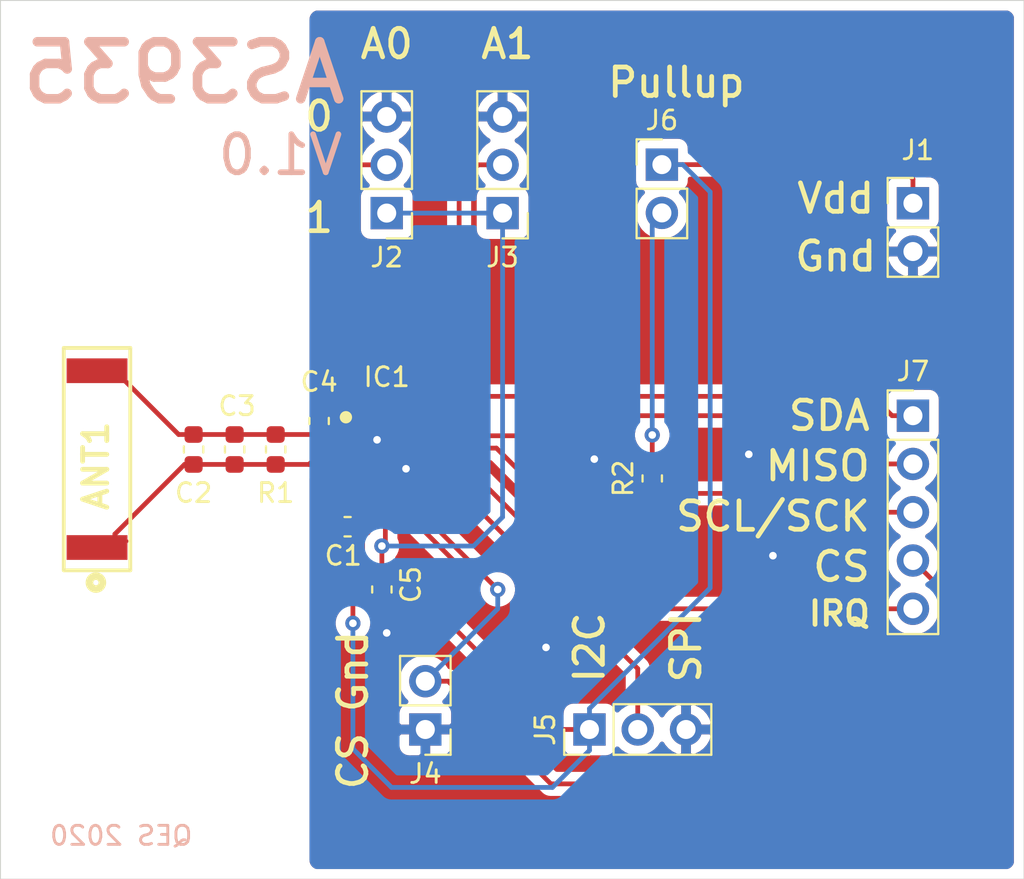
<source format=kicad_pcb>
(kicad_pcb (version 20171130) (host pcbnew "(5.1.5)-2")

  (general
    (thickness 1.6)
    (drawings 23)
    (tracks 131)
    (zones 0)
    (modules 16)
    (nets 16)
  )

  (page A4)
  (layers
    (0 F.Cu signal)
    (31 B.Cu signal)
    (32 B.Adhes user hide)
    (33 F.Adhes user hide)
    (34 B.Paste user hide)
    (35 F.Paste user hide)
    (36 B.SilkS user)
    (37 F.SilkS user)
    (38 B.Mask user)
    (39 F.Mask user)
    (40 Dwgs.User user hide)
    (41 Cmts.User user hide)
    (42 Eco1.User user hide)
    (43 Eco2.User user hide)
    (44 Edge.Cuts user)
    (45 Margin user hide)
    (46 B.CrtYd user hide)
    (47 F.CrtYd user hide)
    (48 B.Fab user hide)
    (49 F.Fab user hide)
  )

  (setup
    (last_trace_width 0.25)
    (trace_clearance 0.15)
    (zone_clearance 0.508)
    (zone_45_only no)
    (trace_min 0.15)
    (via_size 0.8)
    (via_drill 0.4)
    (via_min_size 0.6)
    (via_min_drill 0.3)
    (uvia_size 0.3)
    (uvia_drill 0.1)
    (uvias_allowed no)
    (uvia_min_size 0.2)
    (uvia_min_drill 0.1)
    (edge_width 0.05)
    (segment_width 0.2)
    (pcb_text_width 0.3)
    (pcb_text_size 1.5 1.5)
    (mod_edge_width 0.12)
    (mod_text_size 1 1)
    (mod_text_width 0.15)
    (pad_size 1.524 1.524)
    (pad_drill 0.762)
    (pad_to_mask_clearance 0.051)
    (solder_mask_min_width 0.25)
    (aux_axis_origin 0 0)
    (grid_origin 93.98 94.488)
    (visible_elements 7FFDFF7F)
    (pcbplotparams
      (layerselection 0x010f0_ffffffff)
      (usegerberextensions false)
      (usegerberattributes false)
      (usegerberadvancedattributes false)
      (creategerberjobfile false)
      (excludeedgelayer true)
      (linewidth 0.100000)
      (plotframeref false)
      (viasonmask false)
      (mode 1)
      (useauxorigin false)
      (hpglpennumber 1)
      (hpglpenspeed 20)
      (hpglpendiameter 15.000000)
      (psnegative false)
      (psa4output false)
      (plotreference true)
      (plotvalue true)
      (plotinvisibletext false)
      (padsonsilk false)
      (subtractmaskfromsilk true)
      (outputformat 1)
      (mirror false)
      (drillshape 0)
      (scaleselection 1)
      (outputdirectory "Gerbers/"))
  )

  (net 0 "")
  (net 1 GND)
  (net 2 "Net-(ANT1-Pad1)")
  (net 3 VDD)
  (net 4 "Net-(C4-Pad2)")
  (net 5 "Net-(IC1-Pad16)")
  (net 6 "Net-(IC1-Pad15)")
  (net 7 "Net-(IC1-Pad14)")
  (net 8 "Net-(IC1-Pad13)")
  (net 9 "Net-(IC1-Pad12)")
  (net 10 "Net-(IC1-Pad11)")
  (net 11 "Net-(IC1-Pad10)")
  (net 12 "Net-(IC1-Pad9)")
  (net 13 "Net-(IC1-Pad8)")
  (net 14 "Net-(J6-Pad2)")
  (net 15 /Vreg)

  (net_class Default "This is the default net class."
    (clearance 0.15)
    (trace_width 0.25)
    (via_dia 0.8)
    (via_drill 0.4)
    (uvia_dia 0.3)
    (uvia_drill 0.1)
    (add_net /Vreg)
    (add_net GND)
    (add_net "Net-(ANT1-Pad1)")
    (add_net "Net-(C4-Pad2)")
    (add_net "Net-(IC1-Pad10)")
    (add_net "Net-(IC1-Pad11)")
    (add_net "Net-(IC1-Pad12)")
    (add_net "Net-(IC1-Pad13)")
    (add_net "Net-(IC1-Pad14)")
    (add_net "Net-(IC1-Pad15)")
    (add_net "Net-(IC1-Pad16)")
    (add_net "Net-(IC1-Pad8)")
    (add_net "Net-(IC1-Pad9)")
    (add_net "Net-(J6-Pad2)")
    (add_net VDD)
  )

  (module Resistor_SMD:R_0603_1608Metric (layer F.Cu) (tedit 5B301BBD) (tstamp 5E6A8811)
    (at 128.27 73.406 270)
    (descr "Resistor SMD 0603 (1608 Metric), square (rectangular) end terminal, IPC_7351 nominal, (Body size source: http://www.tortai-tech.com/upload/download/2011102023233369053.pdf), generated with kicad-footprint-generator")
    (tags resistor)
    (path /5E6ACC92)
    (attr smd)
    (fp_text reference R2 (at 0 1.524 90) (layer F.SilkS)
      (effects (font (size 1 1) (thickness 0.15)))
    )
    (fp_text value "10 K" (at 0 1.43 90) (layer F.Fab)
      (effects (font (size 1 1) (thickness 0.15)))
    )
    (fp_text user %R (at 0 0 90) (layer F.Fab)
      (effects (font (size 0.4 0.4) (thickness 0.06)))
    )
    (fp_line (start 1.48 0.73) (end -1.48 0.73) (layer F.CrtYd) (width 0.05))
    (fp_line (start 1.48 -0.73) (end 1.48 0.73) (layer F.CrtYd) (width 0.05))
    (fp_line (start -1.48 -0.73) (end 1.48 -0.73) (layer F.CrtYd) (width 0.05))
    (fp_line (start -1.48 0.73) (end -1.48 -0.73) (layer F.CrtYd) (width 0.05))
    (fp_line (start -0.162779 0.51) (end 0.162779 0.51) (layer F.SilkS) (width 0.12))
    (fp_line (start -0.162779 -0.51) (end 0.162779 -0.51) (layer F.SilkS) (width 0.12))
    (fp_line (start 0.8 0.4) (end -0.8 0.4) (layer F.Fab) (width 0.1))
    (fp_line (start 0.8 -0.4) (end 0.8 0.4) (layer F.Fab) (width 0.1))
    (fp_line (start -0.8 -0.4) (end 0.8 -0.4) (layer F.Fab) (width 0.1))
    (fp_line (start -0.8 0.4) (end -0.8 -0.4) (layer F.Fab) (width 0.1))
    (pad 2 smd roundrect (at 0.7875 0 270) (size 0.875 0.95) (layers F.Cu F.Paste F.Mask) (roundrect_rratio 0.25)
      (net 10 "Net-(IC1-Pad11)"))
    (pad 1 smd roundrect (at -0.7875 0 270) (size 0.875 0.95) (layers F.Cu F.Paste F.Mask) (roundrect_rratio 0.25)
      (net 14 "Net-(J6-Pad2)"))
    (model ${KISYS3DMOD}/Resistor_SMD.3dshapes/R_0603_1608Metric.wrl
      (at (xyz 0 0 0))
      (scale (xyz 1 1 1))
      (rotate (xyz 0 0 0))
    )
  )

  (module Resistor_SMD:R_0603_1608Metric (layer F.Cu) (tedit 5B301BBD) (tstamp 5E6A8800)
    (at 108.458 71.882 270)
    (descr "Resistor SMD 0603 (1608 Metric), square (rectangular) end terminal, IPC_7351 nominal, (Body size source: http://www.tortai-tech.com/upload/download/2011102023233369053.pdf), generated with kicad-footprint-generator")
    (tags resistor)
    (path /5E6AC4C7)
    (attr smd)
    (fp_text reference R1 (at 2.286 0 180) (layer F.SilkS)
      (effects (font (size 1 1) (thickness 0.15)))
    )
    (fp_text value "10 K" (at 0 1.43 90) (layer F.Fab)
      (effects (font (size 1 1) (thickness 0.15)))
    )
    (fp_text user %R (at 0 0 90) (layer F.Fab)
      (effects (font (size 0.4 0.4) (thickness 0.06)))
    )
    (fp_line (start 1.48 0.73) (end -1.48 0.73) (layer F.CrtYd) (width 0.05))
    (fp_line (start 1.48 -0.73) (end 1.48 0.73) (layer F.CrtYd) (width 0.05))
    (fp_line (start -1.48 -0.73) (end 1.48 -0.73) (layer F.CrtYd) (width 0.05))
    (fp_line (start -1.48 0.73) (end -1.48 -0.73) (layer F.CrtYd) (width 0.05))
    (fp_line (start -0.162779 0.51) (end 0.162779 0.51) (layer F.SilkS) (width 0.12))
    (fp_line (start -0.162779 -0.51) (end 0.162779 -0.51) (layer F.SilkS) (width 0.12))
    (fp_line (start 0.8 0.4) (end -0.8 0.4) (layer F.Fab) (width 0.1))
    (fp_line (start 0.8 -0.4) (end 0.8 0.4) (layer F.Fab) (width 0.1))
    (fp_line (start -0.8 -0.4) (end 0.8 -0.4) (layer F.Fab) (width 0.1))
    (fp_line (start -0.8 0.4) (end -0.8 -0.4) (layer F.Fab) (width 0.1))
    (pad 2 smd roundrect (at 0.7875 0 270) (size 0.875 0.95) (layers F.Cu F.Paste F.Mask) (roundrect_rratio 0.25)
      (net 2 "Net-(ANT1-Pad1)"))
    (pad 1 smd roundrect (at -0.7875 0 270) (size 0.875 0.95) (layers F.Cu F.Paste F.Mask) (roundrect_rratio 0.25)
      (net 1 GND))
    (model ${KISYS3DMOD}/Resistor_SMD.3dshapes/R_0603_1608Metric.wrl
      (at (xyz 0 0 0))
      (scale (xyz 1 1 1))
      (rotate (xyz 0 0 0))
    )
  )

  (module Capacitor_SMD:C_0603_1608Metric (layer F.Cu) (tedit 5B301BBE) (tstamp 5E6A872F)
    (at 114.046 79.248 270)
    (descr "Capacitor SMD 0603 (1608 Metric), square (rectangular) end terminal, IPC_7351 nominal, (Body size source: http://www.tortai-tech.com/upload/download/2011102023233369053.pdf), generated with kicad-footprint-generator")
    (tags capacitor)
    (path /5E6AACFC)
    (attr smd)
    (fp_text reference C5 (at -0.254 -1.524 90) (layer F.SilkS)
      (effects (font (size 1 1) (thickness 0.15)))
    )
    (fp_text value "1 uF" (at 0 1.43 90) (layer F.Fab)
      (effects (font (size 1 1) (thickness 0.15)))
    )
    (fp_text user %R (at 0 0 90) (layer F.Fab)
      (effects (font (size 0.4 0.4) (thickness 0.06)))
    )
    (fp_line (start 1.48 0.73) (end -1.48 0.73) (layer F.CrtYd) (width 0.05))
    (fp_line (start 1.48 -0.73) (end 1.48 0.73) (layer F.CrtYd) (width 0.05))
    (fp_line (start -1.48 -0.73) (end 1.48 -0.73) (layer F.CrtYd) (width 0.05))
    (fp_line (start -1.48 0.73) (end -1.48 -0.73) (layer F.CrtYd) (width 0.05))
    (fp_line (start -0.162779 0.51) (end 0.162779 0.51) (layer F.SilkS) (width 0.12))
    (fp_line (start -0.162779 -0.51) (end 0.162779 -0.51) (layer F.SilkS) (width 0.12))
    (fp_line (start 0.8 0.4) (end -0.8 0.4) (layer F.Fab) (width 0.1))
    (fp_line (start 0.8 -0.4) (end 0.8 0.4) (layer F.Fab) (width 0.1))
    (fp_line (start -0.8 -0.4) (end 0.8 -0.4) (layer F.Fab) (width 0.1))
    (fp_line (start -0.8 0.4) (end -0.8 -0.4) (layer F.Fab) (width 0.1))
    (pad 2 smd roundrect (at 0.7875 0 270) (size 0.875 0.95) (layers F.Cu F.Paste F.Mask) (roundrect_rratio 0.25)
      (net 1 GND))
    (pad 1 smd roundrect (at -0.7875 0 270) (size 0.875 0.95) (layers F.Cu F.Paste F.Mask) (roundrect_rratio 0.25)
      (net 15 /Vreg))
    (model ${KISYS3DMOD}/Capacitor_SMD.3dshapes/C_0603_1608Metric.wrl
      (at (xyz 0 0 0))
      (scale (xyz 1 1 1))
      (rotate (xyz 0 0 0))
    )
  )

  (module Capacitor_SMD:C_0603_1608Metric (layer F.Cu) (tedit 5B301BBE) (tstamp 5E6A871E)
    (at 110.744 70.3835 90)
    (descr "Capacitor SMD 0603 (1608 Metric), square (rectangular) end terminal, IPC_7351 nominal, (Body size source: http://www.tortai-tech.com/upload/download/2011102023233369053.pdf), generated with kicad-footprint-generator")
    (tags capacitor)
    (path /5E6AC706)
    (attr smd)
    (fp_text reference C4 (at 2.0575 0 180) (layer F.SilkS)
      (effects (font (size 1 1) (thickness 0.15)))
    )
    (fp_text value "10 uF" (at 0 1.43 90) (layer F.Fab)
      (effects (font (size 1 1) (thickness 0.15)))
    )
    (fp_text user %R (at 0 0 90) (layer F.Fab)
      (effects (font (size 0.4 0.4) (thickness 0.06)))
    )
    (fp_line (start 1.48 0.73) (end -1.48 0.73) (layer F.CrtYd) (width 0.05))
    (fp_line (start 1.48 -0.73) (end 1.48 0.73) (layer F.CrtYd) (width 0.05))
    (fp_line (start -1.48 -0.73) (end 1.48 -0.73) (layer F.CrtYd) (width 0.05))
    (fp_line (start -1.48 0.73) (end -1.48 -0.73) (layer F.CrtYd) (width 0.05))
    (fp_line (start -0.162779 0.51) (end 0.162779 0.51) (layer F.SilkS) (width 0.12))
    (fp_line (start -0.162779 -0.51) (end 0.162779 -0.51) (layer F.SilkS) (width 0.12))
    (fp_line (start 0.8 0.4) (end -0.8 0.4) (layer F.Fab) (width 0.1))
    (fp_line (start 0.8 -0.4) (end 0.8 0.4) (layer F.Fab) (width 0.1))
    (fp_line (start -0.8 -0.4) (end 0.8 -0.4) (layer F.Fab) (width 0.1))
    (fp_line (start -0.8 0.4) (end -0.8 -0.4) (layer F.Fab) (width 0.1))
    (pad 2 smd roundrect (at 0.7875 0 90) (size 0.875 0.95) (layers F.Cu F.Paste F.Mask) (roundrect_rratio 0.25)
      (net 4 "Net-(C4-Pad2)"))
    (pad 1 smd roundrect (at -0.7875 0 90) (size 0.875 0.95) (layers F.Cu F.Paste F.Mask) (roundrect_rratio 0.25)
      (net 1 GND))
    (model ${KISYS3DMOD}/Capacitor_SMD.3dshapes/C_0603_1608Metric.wrl
      (at (xyz 0 0 0))
      (scale (xyz 1 1 1))
      (rotate (xyz 0 0 0))
    )
  )

  (module Capacitor_SMD:C_0603_1608Metric (layer F.Cu) (tedit 5B301BBE) (tstamp 5E6A870D)
    (at 106.299 71.882 270)
    (descr "Capacitor SMD 0603 (1608 Metric), square (rectangular) end terminal, IPC_7351 nominal, (Body size source: http://www.tortai-tech.com/upload/download/2011102023233369053.pdf), generated with kicad-footprint-generator")
    (tags capacitor)
    (path /5E6AC0E6)
    (attr smd)
    (fp_text reference C3 (at -2.286 -0.127 180) (layer F.SilkS)
      (effects (font (size 1 1) (thickness 0.15)))
    )
    (fp_text value "680 pF" (at 0 1.43 90) (layer F.Fab)
      (effects (font (size 1 1) (thickness 0.15)))
    )
    (fp_text user %R (at 0 0 90) (layer F.Fab)
      (effects (font (size 0.4 0.4) (thickness 0.06)))
    )
    (fp_line (start 1.48 0.73) (end -1.48 0.73) (layer F.CrtYd) (width 0.05))
    (fp_line (start 1.48 -0.73) (end 1.48 0.73) (layer F.CrtYd) (width 0.05))
    (fp_line (start -1.48 -0.73) (end 1.48 -0.73) (layer F.CrtYd) (width 0.05))
    (fp_line (start -1.48 0.73) (end -1.48 -0.73) (layer F.CrtYd) (width 0.05))
    (fp_line (start -0.162779 0.51) (end 0.162779 0.51) (layer F.SilkS) (width 0.12))
    (fp_line (start -0.162779 -0.51) (end 0.162779 -0.51) (layer F.SilkS) (width 0.12))
    (fp_line (start 0.8 0.4) (end -0.8 0.4) (layer F.Fab) (width 0.1))
    (fp_line (start 0.8 -0.4) (end 0.8 0.4) (layer F.Fab) (width 0.1))
    (fp_line (start -0.8 -0.4) (end 0.8 -0.4) (layer F.Fab) (width 0.1))
    (fp_line (start -0.8 0.4) (end -0.8 -0.4) (layer F.Fab) (width 0.1))
    (pad 2 smd roundrect (at 0.7875 0 270) (size 0.875 0.95) (layers F.Cu F.Paste F.Mask) (roundrect_rratio 0.25)
      (net 2 "Net-(ANT1-Pad1)"))
    (pad 1 smd roundrect (at -0.7875 0 270) (size 0.875 0.95) (layers F.Cu F.Paste F.Mask) (roundrect_rratio 0.25)
      (net 1 GND))
    (model ${KISYS3DMOD}/Capacitor_SMD.3dshapes/C_0603_1608Metric.wrl
      (at (xyz 0 0 0))
      (scale (xyz 1 1 1))
      (rotate (xyz 0 0 0))
    )
  )

  (module Capacitor_SMD:C_0603_1608Metric (layer F.Cu) (tedit 5B301BBE) (tstamp 5E6A86FC)
    (at 104.14 71.882 270)
    (descr "Capacitor SMD 0603 (1608 Metric), square (rectangular) end terminal, IPC_7351 nominal, (Body size source: http://www.tortai-tech.com/upload/download/2011102023233369053.pdf), generated with kicad-footprint-generator")
    (tags capacitor)
    (path /5E6ABB53)
    (attr smd)
    (fp_text reference C2 (at 2.286 0 180) (layer F.SilkS)
      (effects (font (size 1 1) (thickness 0.15)))
    )
    (fp_text value "270 pF" (at 0 1.43 90) (layer F.Fab)
      (effects (font (size 1 1) (thickness 0.15)))
    )
    (fp_text user %R (at 0 0 90) (layer F.Fab)
      (effects (font (size 0.4 0.4) (thickness 0.06)))
    )
    (fp_line (start 1.48 0.73) (end -1.48 0.73) (layer F.CrtYd) (width 0.05))
    (fp_line (start 1.48 -0.73) (end 1.48 0.73) (layer F.CrtYd) (width 0.05))
    (fp_line (start -1.48 -0.73) (end 1.48 -0.73) (layer F.CrtYd) (width 0.05))
    (fp_line (start -1.48 0.73) (end -1.48 -0.73) (layer F.CrtYd) (width 0.05))
    (fp_line (start -0.162779 0.51) (end 0.162779 0.51) (layer F.SilkS) (width 0.12))
    (fp_line (start -0.162779 -0.51) (end 0.162779 -0.51) (layer F.SilkS) (width 0.12))
    (fp_line (start 0.8 0.4) (end -0.8 0.4) (layer F.Fab) (width 0.1))
    (fp_line (start 0.8 -0.4) (end 0.8 0.4) (layer F.Fab) (width 0.1))
    (fp_line (start -0.8 -0.4) (end 0.8 -0.4) (layer F.Fab) (width 0.1))
    (fp_line (start -0.8 0.4) (end -0.8 -0.4) (layer F.Fab) (width 0.1))
    (pad 2 smd roundrect (at 0.7875 0 270) (size 0.875 0.95) (layers F.Cu F.Paste F.Mask) (roundrect_rratio 0.25)
      (net 2 "Net-(ANT1-Pad1)"))
    (pad 1 smd roundrect (at -0.7875 0 270) (size 0.875 0.95) (layers F.Cu F.Paste F.Mask) (roundrect_rratio 0.25)
      (net 1 GND))
    (model ${KISYS3DMOD}/Capacitor_SMD.3dshapes/C_0603_1608Metric.wrl
      (at (xyz 0 0 0))
      (scale (xyz 1 1 1))
      (rotate (xyz 0 0 0))
    )
  )

  (module Capacitor_SMD:C_0603_1608Metric (layer F.Cu) (tedit 5B301BBE) (tstamp 5E6A86EB)
    (at 112.2425 75.946 180)
    (descr "Capacitor SMD 0603 (1608 Metric), square (rectangular) end terminal, IPC_7351 nominal, (Body size source: http://www.tortai-tech.com/upload/download/2011102023233369053.pdf), generated with kicad-footprint-generator")
    (tags capacitor)
    (path /5E6AB41A)
    (attr smd)
    (fp_text reference C1 (at 0.2285 -1.524) (layer F.SilkS)
      (effects (font (size 1 1) (thickness 0.15)))
    )
    (fp_text value "1 uF" (at 0 1.43) (layer F.Fab)
      (effects (font (size 1 1) (thickness 0.15)))
    )
    (fp_text user %R (at 0 0) (layer F.Fab)
      (effects (font (size 0.4 0.4) (thickness 0.06)))
    )
    (fp_line (start 1.48 0.73) (end -1.48 0.73) (layer F.CrtYd) (width 0.05))
    (fp_line (start 1.48 -0.73) (end 1.48 0.73) (layer F.CrtYd) (width 0.05))
    (fp_line (start -1.48 -0.73) (end 1.48 -0.73) (layer F.CrtYd) (width 0.05))
    (fp_line (start -1.48 0.73) (end -1.48 -0.73) (layer F.CrtYd) (width 0.05))
    (fp_line (start -0.162779 0.51) (end 0.162779 0.51) (layer F.SilkS) (width 0.12))
    (fp_line (start -0.162779 -0.51) (end 0.162779 -0.51) (layer F.SilkS) (width 0.12))
    (fp_line (start 0.8 0.4) (end -0.8 0.4) (layer F.Fab) (width 0.1))
    (fp_line (start 0.8 -0.4) (end 0.8 0.4) (layer F.Fab) (width 0.1))
    (fp_line (start -0.8 -0.4) (end 0.8 -0.4) (layer F.Fab) (width 0.1))
    (fp_line (start -0.8 0.4) (end -0.8 -0.4) (layer F.Fab) (width 0.1))
    (pad 2 smd roundrect (at 0.7875 0 180) (size 0.875 0.95) (layers F.Cu F.Paste F.Mask) (roundrect_rratio 0.25)
      (net 1 GND))
    (pad 1 smd roundrect (at -0.7875 0 180) (size 0.875 0.95) (layers F.Cu F.Paste F.Mask) (roundrect_rratio 0.25)
      (net 3 VDD))
    (model ${KISYS3DMOD}/Capacitor_SMD.3dshapes/C_0603_1608Metric.wrl
      (at (xyz 0 0 0))
      (scale (xyz 1 1 1))
      (rotate (xyz 0 0 0))
    )
  )

  (module Connector_PinHeader_2.54mm:PinHeader_1x05_P2.54mm_Vertical (layer F.Cu) (tedit 59FED5CC) (tstamp 5E6A8E9B)
    (at 141.986 70.104)
    (descr "Through hole straight pin header, 1x05, 2.54mm pitch, single row")
    (tags "Through hole pin header THT 1x05 2.54mm single row")
    (path /5E6C4A97)
    (fp_text reference J7 (at 0 -2.33) (layer F.SilkS)
      (effects (font (size 1 1) (thickness 0.15)))
    )
    (fp_text value Conn_01x05_Male (at 0 12.49) (layer F.Fab)
      (effects (font (size 1 1) (thickness 0.15)))
    )
    (fp_text user %R (at 0 5.08 90) (layer F.Fab)
      (effects (font (size 1 1) (thickness 0.15)))
    )
    (fp_line (start 1.8 -1.8) (end -1.8 -1.8) (layer F.CrtYd) (width 0.05))
    (fp_line (start 1.8 11.95) (end 1.8 -1.8) (layer F.CrtYd) (width 0.05))
    (fp_line (start -1.8 11.95) (end 1.8 11.95) (layer F.CrtYd) (width 0.05))
    (fp_line (start -1.8 -1.8) (end -1.8 11.95) (layer F.CrtYd) (width 0.05))
    (fp_line (start -1.33 -1.33) (end 0 -1.33) (layer F.SilkS) (width 0.12))
    (fp_line (start -1.33 0) (end -1.33 -1.33) (layer F.SilkS) (width 0.12))
    (fp_line (start -1.33 1.27) (end 1.33 1.27) (layer F.SilkS) (width 0.12))
    (fp_line (start 1.33 1.27) (end 1.33 11.49) (layer F.SilkS) (width 0.12))
    (fp_line (start -1.33 1.27) (end -1.33 11.49) (layer F.SilkS) (width 0.12))
    (fp_line (start -1.33 11.49) (end 1.33 11.49) (layer F.SilkS) (width 0.12))
    (fp_line (start -1.27 -0.635) (end -0.635 -1.27) (layer F.Fab) (width 0.1))
    (fp_line (start -1.27 11.43) (end -1.27 -0.635) (layer F.Fab) (width 0.1))
    (fp_line (start 1.27 11.43) (end -1.27 11.43) (layer F.Fab) (width 0.1))
    (fp_line (start 1.27 -1.27) (end 1.27 11.43) (layer F.Fab) (width 0.1))
    (fp_line (start -0.635 -1.27) (end 1.27 -1.27) (layer F.Fab) (width 0.1))
    (pad 5 thru_hole oval (at 0 10.16) (size 1.7 1.7) (drill 1) (layers *.Cu *.Mask)
      (net 11 "Net-(IC1-Pad10)"))
    (pad 4 thru_hole oval (at 0 7.62) (size 1.7 1.7) (drill 1) (layers *.Cu *.Mask)
      (net 13 "Net-(IC1-Pad8)"))
    (pad 3 thru_hole oval (at 0 5.08) (size 1.7 1.7) (drill 1) (layers *.Cu *.Mask)
      (net 10 "Net-(IC1-Pad11)"))
    (pad 2 thru_hole oval (at 0 2.54) (size 1.7 1.7) (drill 1) (layers *.Cu *.Mask)
      (net 9 "Net-(IC1-Pad12)"))
    (pad 1 thru_hole rect (at 0 0) (size 1.7 1.7) (drill 1) (layers *.Cu *.Mask)
      (net 8 "Net-(IC1-Pad13)"))
    (model ${KISYS3DMOD}/Connector_PinHeader_2.54mm.3dshapes/PinHeader_1x05_P2.54mm_Vertical.wrl
      (at (xyz 0 0 0))
      (scale (xyz 1 1 1))
      (rotate (xyz 0 0 0))
    )
  )

  (module Connector_PinHeader_2.54mm:PinHeader_1x02_P2.54mm_Vertical (layer F.Cu) (tedit 59FED5CC) (tstamp 5E6A87D6)
    (at 128.778 56.896)
    (descr "Through hole straight pin header, 1x02, 2.54mm pitch, single row")
    (tags "Through hole pin header THT 1x02 2.54mm single row")
    (path /5E6CA84C)
    (fp_text reference J6 (at 0 -2.33) (layer F.SilkS)
      (effects (font (size 1 1) (thickness 0.15)))
    )
    (fp_text value Conn_01x02_Male (at 0 4.87) (layer F.Fab)
      (effects (font (size 1 1) (thickness 0.15)))
    )
    (fp_text user %R (at 0 1.27 90) (layer F.Fab)
      (effects (font (size 1 1) (thickness 0.15)))
    )
    (fp_line (start 1.8 -1.8) (end -1.8 -1.8) (layer F.CrtYd) (width 0.05))
    (fp_line (start 1.8 4.35) (end 1.8 -1.8) (layer F.CrtYd) (width 0.05))
    (fp_line (start -1.8 4.35) (end 1.8 4.35) (layer F.CrtYd) (width 0.05))
    (fp_line (start -1.8 -1.8) (end -1.8 4.35) (layer F.CrtYd) (width 0.05))
    (fp_line (start -1.33 -1.33) (end 0 -1.33) (layer F.SilkS) (width 0.12))
    (fp_line (start -1.33 0) (end -1.33 -1.33) (layer F.SilkS) (width 0.12))
    (fp_line (start -1.33 1.27) (end 1.33 1.27) (layer F.SilkS) (width 0.12))
    (fp_line (start 1.33 1.27) (end 1.33 3.87) (layer F.SilkS) (width 0.12))
    (fp_line (start -1.33 1.27) (end -1.33 3.87) (layer F.SilkS) (width 0.12))
    (fp_line (start -1.33 3.87) (end 1.33 3.87) (layer F.SilkS) (width 0.12))
    (fp_line (start -1.27 -0.635) (end -0.635 -1.27) (layer F.Fab) (width 0.1))
    (fp_line (start -1.27 3.81) (end -1.27 -0.635) (layer F.Fab) (width 0.1))
    (fp_line (start 1.27 3.81) (end -1.27 3.81) (layer F.Fab) (width 0.1))
    (fp_line (start 1.27 -1.27) (end 1.27 3.81) (layer F.Fab) (width 0.1))
    (fp_line (start -0.635 -1.27) (end 1.27 -1.27) (layer F.Fab) (width 0.1))
    (pad 2 thru_hole oval (at 0 2.54) (size 1.7 1.7) (drill 1) (layers *.Cu *.Mask)
      (net 14 "Net-(J6-Pad2)"))
    (pad 1 thru_hole rect (at 0 0) (size 1.7 1.7) (drill 1) (layers *.Cu *.Mask)
      (net 3 VDD))
    (model ${KISYS3DMOD}/Connector_PinHeader_2.54mm.3dshapes/PinHeader_1x02_P2.54mm_Vertical.wrl
      (at (xyz 0 0 0))
      (scale (xyz 1 1 1))
      (rotate (xyz 0 0 0))
    )
  )

  (module Connector_PinHeader_2.54mm:PinHeader_1x03_P2.54mm_Vertical (layer F.Cu) (tedit 59FED5CC) (tstamp 5E6A87C0)
    (at 124.968 86.614 90)
    (descr "Through hole straight pin header, 1x03, 2.54mm pitch, single row")
    (tags "Through hole pin header THT 1x03 2.54mm single row")
    (path /5E6CC1D0)
    (fp_text reference J5 (at 0 -2.33 90) (layer F.SilkS)
      (effects (font (size 1 1) (thickness 0.15)))
    )
    (fp_text value Conn_01x03_Male (at 0 7.41 90) (layer F.Fab)
      (effects (font (size 1 1) (thickness 0.15)))
    )
    (fp_text user %R (at 0 2.54) (layer F.Fab)
      (effects (font (size 1 1) (thickness 0.15)))
    )
    (fp_line (start 1.8 -1.8) (end -1.8 -1.8) (layer F.CrtYd) (width 0.05))
    (fp_line (start 1.8 6.85) (end 1.8 -1.8) (layer F.CrtYd) (width 0.05))
    (fp_line (start -1.8 6.85) (end 1.8 6.85) (layer F.CrtYd) (width 0.05))
    (fp_line (start -1.8 -1.8) (end -1.8 6.85) (layer F.CrtYd) (width 0.05))
    (fp_line (start -1.33 -1.33) (end 0 -1.33) (layer F.SilkS) (width 0.12))
    (fp_line (start -1.33 0) (end -1.33 -1.33) (layer F.SilkS) (width 0.12))
    (fp_line (start -1.33 1.27) (end 1.33 1.27) (layer F.SilkS) (width 0.12))
    (fp_line (start 1.33 1.27) (end 1.33 6.41) (layer F.SilkS) (width 0.12))
    (fp_line (start -1.33 1.27) (end -1.33 6.41) (layer F.SilkS) (width 0.12))
    (fp_line (start -1.33 6.41) (end 1.33 6.41) (layer F.SilkS) (width 0.12))
    (fp_line (start -1.27 -0.635) (end -0.635 -1.27) (layer F.Fab) (width 0.1))
    (fp_line (start -1.27 6.35) (end -1.27 -0.635) (layer F.Fab) (width 0.1))
    (fp_line (start 1.27 6.35) (end -1.27 6.35) (layer F.Fab) (width 0.1))
    (fp_line (start 1.27 -1.27) (end 1.27 6.35) (layer F.Fab) (width 0.1))
    (fp_line (start -0.635 -1.27) (end 1.27 -1.27) (layer F.Fab) (width 0.1))
    (pad 3 thru_hole oval (at 0 5.08 90) (size 1.7 1.7) (drill 1) (layers *.Cu *.Mask)
      (net 1 GND))
    (pad 2 thru_hole oval (at 0 2.54 90) (size 1.7 1.7) (drill 1) (layers *.Cu *.Mask)
      (net 12 "Net-(IC1-Pad9)"))
    (pad 1 thru_hole rect (at 0 0 90) (size 1.7 1.7) (drill 1) (layers *.Cu *.Mask)
      (net 3 VDD))
    (model ${KISYS3DMOD}/Connector_PinHeader_2.54mm.3dshapes/PinHeader_1x03_P2.54mm_Vertical.wrl
      (at (xyz 0 0 0))
      (scale (xyz 1 1 1))
      (rotate (xyz 0 0 0))
    )
  )

  (module Connector_PinHeader_2.54mm:PinHeader_1x02_P2.54mm_Vertical (layer F.Cu) (tedit 59FED5CC) (tstamp 5E6A87A9)
    (at 116.332 86.614 180)
    (descr "Through hole straight pin header, 1x02, 2.54mm pitch, single row")
    (tags "Through hole pin header THT 1x02 2.54mm single row")
    (path /5E6C9BEA)
    (fp_text reference J4 (at 0 -2.33) (layer F.SilkS)
      (effects (font (size 1 1) (thickness 0.15)))
    )
    (fp_text value Conn_01x02_Male (at 0 4.87) (layer F.Fab)
      (effects (font (size 1 1) (thickness 0.15)))
    )
    (fp_text user %R (at 0 1.27 90) (layer F.Fab)
      (effects (font (size 1 1) (thickness 0.15)))
    )
    (fp_line (start 1.8 -1.8) (end -1.8 -1.8) (layer F.CrtYd) (width 0.05))
    (fp_line (start 1.8 4.35) (end 1.8 -1.8) (layer F.CrtYd) (width 0.05))
    (fp_line (start -1.8 4.35) (end 1.8 4.35) (layer F.CrtYd) (width 0.05))
    (fp_line (start -1.8 -1.8) (end -1.8 4.35) (layer F.CrtYd) (width 0.05))
    (fp_line (start -1.33 -1.33) (end 0 -1.33) (layer F.SilkS) (width 0.12))
    (fp_line (start -1.33 0) (end -1.33 -1.33) (layer F.SilkS) (width 0.12))
    (fp_line (start -1.33 1.27) (end 1.33 1.27) (layer F.SilkS) (width 0.12))
    (fp_line (start 1.33 1.27) (end 1.33 3.87) (layer F.SilkS) (width 0.12))
    (fp_line (start -1.33 1.27) (end -1.33 3.87) (layer F.SilkS) (width 0.12))
    (fp_line (start -1.33 3.87) (end 1.33 3.87) (layer F.SilkS) (width 0.12))
    (fp_line (start -1.27 -0.635) (end -0.635 -1.27) (layer F.Fab) (width 0.1))
    (fp_line (start -1.27 3.81) (end -1.27 -0.635) (layer F.Fab) (width 0.1))
    (fp_line (start 1.27 3.81) (end -1.27 3.81) (layer F.Fab) (width 0.1))
    (fp_line (start 1.27 -1.27) (end 1.27 3.81) (layer F.Fab) (width 0.1))
    (fp_line (start -0.635 -1.27) (end 1.27 -1.27) (layer F.Fab) (width 0.1))
    (pad 2 thru_hole oval (at 0 2.54 180) (size 1.7 1.7) (drill 1) (layers *.Cu *.Mask)
      (net 13 "Net-(IC1-Pad8)"))
    (pad 1 thru_hole rect (at 0 0 180) (size 1.7 1.7) (drill 1) (layers *.Cu *.Mask)
      (net 1 GND))
    (model ${KISYS3DMOD}/Connector_PinHeader_2.54mm.3dshapes/PinHeader_1x02_P2.54mm_Vertical.wrl
      (at (xyz 0 0 0))
      (scale (xyz 1 1 1))
      (rotate (xyz 0 0 0))
    )
  )

  (module Connector_PinHeader_2.54mm:PinHeader_1x03_P2.54mm_Vertical (layer F.Cu) (tedit 59FED5CC) (tstamp 5E6A8793)
    (at 120.396 59.446 180)
    (descr "Through hole straight pin header, 1x03, 2.54mm pitch, single row")
    (tags "Through hole pin header THT 1x03 2.54mm single row")
    (path /5E6CB6A7)
    (fp_text reference J3 (at 0 -2.33) (layer F.SilkS)
      (effects (font (size 1 1) (thickness 0.15)))
    )
    (fp_text value A0 (at 0 7.41) (layer F.Fab)
      (effects (font (size 1 1) (thickness 0.15)))
    )
    (fp_text user %R (at 0 2.54 90) (layer F.Fab)
      (effects (font (size 1 1) (thickness 0.15)))
    )
    (fp_line (start 1.8 -1.8) (end -1.8 -1.8) (layer F.CrtYd) (width 0.05))
    (fp_line (start 1.8 6.85) (end 1.8 -1.8) (layer F.CrtYd) (width 0.05))
    (fp_line (start -1.8 6.85) (end 1.8 6.85) (layer F.CrtYd) (width 0.05))
    (fp_line (start -1.8 -1.8) (end -1.8 6.85) (layer F.CrtYd) (width 0.05))
    (fp_line (start -1.33 -1.33) (end 0 -1.33) (layer F.SilkS) (width 0.12))
    (fp_line (start -1.33 0) (end -1.33 -1.33) (layer F.SilkS) (width 0.12))
    (fp_line (start -1.33 1.27) (end 1.33 1.27) (layer F.SilkS) (width 0.12))
    (fp_line (start 1.33 1.27) (end 1.33 6.41) (layer F.SilkS) (width 0.12))
    (fp_line (start -1.33 1.27) (end -1.33 6.41) (layer F.SilkS) (width 0.12))
    (fp_line (start -1.33 6.41) (end 1.33 6.41) (layer F.SilkS) (width 0.12))
    (fp_line (start -1.27 -0.635) (end -0.635 -1.27) (layer F.Fab) (width 0.1))
    (fp_line (start -1.27 6.35) (end -1.27 -0.635) (layer F.Fab) (width 0.1))
    (fp_line (start 1.27 6.35) (end -1.27 6.35) (layer F.Fab) (width 0.1))
    (fp_line (start 1.27 -1.27) (end 1.27 6.35) (layer F.Fab) (width 0.1))
    (fp_line (start -0.635 -1.27) (end 1.27 -1.27) (layer F.Fab) (width 0.1))
    (pad 3 thru_hole oval (at 0 5.08 180) (size 1.7 1.7) (drill 1) (layers *.Cu *.Mask)
      (net 1 GND))
    (pad 2 thru_hole oval (at 0 2.54 180) (size 1.7 1.7) (drill 1) (layers *.Cu *.Mask)
      (net 6 "Net-(IC1-Pad15)"))
    (pad 1 thru_hole rect (at 0 0 180) (size 1.7 1.7) (drill 1) (layers *.Cu *.Mask)
      (net 15 /Vreg))
    (model ${KISYS3DMOD}/Connector_PinHeader_2.54mm.3dshapes/PinHeader_1x03_P2.54mm_Vertical.wrl
      (at (xyz 0 0 0))
      (scale (xyz 1 1 1))
      (rotate (xyz 0 0 0))
    )
  )

  (module Connector_PinHeader_2.54mm:PinHeader_1x03_P2.54mm_Vertical (layer F.Cu) (tedit 59FED5CC) (tstamp 5E6A877C)
    (at 114.3 59.446 180)
    (descr "Through hole straight pin header, 1x03, 2.54mm pitch, single row")
    (tags "Through hole pin header THT 1x03 2.54mm single row")
    (path /5E6CB018)
    (fp_text reference J2 (at 0 -2.33) (layer F.SilkS)
      (effects (font (size 1 1) (thickness 0.15)))
    )
    (fp_text value A1 (at 0 7.41) (layer F.Fab)
      (effects (font (size 1 1) (thickness 0.15)))
    )
    (fp_text user %R (at 0 2.54 90) (layer F.Fab)
      (effects (font (size 1 1) (thickness 0.15)))
    )
    (fp_line (start 1.8 -1.8) (end -1.8 -1.8) (layer F.CrtYd) (width 0.05))
    (fp_line (start 1.8 6.85) (end 1.8 -1.8) (layer F.CrtYd) (width 0.05))
    (fp_line (start -1.8 6.85) (end 1.8 6.85) (layer F.CrtYd) (width 0.05))
    (fp_line (start -1.8 -1.8) (end -1.8 6.85) (layer F.CrtYd) (width 0.05))
    (fp_line (start -1.33 -1.33) (end 0 -1.33) (layer F.SilkS) (width 0.12))
    (fp_line (start -1.33 0) (end -1.33 -1.33) (layer F.SilkS) (width 0.12))
    (fp_line (start -1.33 1.27) (end 1.33 1.27) (layer F.SilkS) (width 0.12))
    (fp_line (start 1.33 1.27) (end 1.33 6.41) (layer F.SilkS) (width 0.12))
    (fp_line (start -1.33 1.27) (end -1.33 6.41) (layer F.SilkS) (width 0.12))
    (fp_line (start -1.33 6.41) (end 1.33 6.41) (layer F.SilkS) (width 0.12))
    (fp_line (start -1.27 -0.635) (end -0.635 -1.27) (layer F.Fab) (width 0.1))
    (fp_line (start -1.27 6.35) (end -1.27 -0.635) (layer F.Fab) (width 0.1))
    (fp_line (start 1.27 6.35) (end -1.27 6.35) (layer F.Fab) (width 0.1))
    (fp_line (start 1.27 -1.27) (end 1.27 6.35) (layer F.Fab) (width 0.1))
    (fp_line (start -0.635 -1.27) (end 1.27 -1.27) (layer F.Fab) (width 0.1))
    (pad 3 thru_hole oval (at 0 5.08 180) (size 1.7 1.7) (drill 1) (layers *.Cu *.Mask)
      (net 1 GND))
    (pad 2 thru_hole oval (at 0 2.54 180) (size 1.7 1.7) (drill 1) (layers *.Cu *.Mask)
      (net 5 "Net-(IC1-Pad16)"))
    (pad 1 thru_hole rect (at 0 0 180) (size 1.7 1.7) (drill 1) (layers *.Cu *.Mask)
      (net 15 /Vreg))
    (model ${KISYS3DMOD}/Connector_PinHeader_2.54mm.3dshapes/PinHeader_1x03_P2.54mm_Vertical.wrl
      (at (xyz 0 0 0))
      (scale (xyz 1 1 1))
      (rotate (xyz 0 0 0))
    )
  )

  (module Connector_PinHeader_2.54mm:PinHeader_1x02_P2.54mm_Vertical (layer F.Cu) (tedit 59FED5CC) (tstamp 5E6A8765)
    (at 141.986 58.928)
    (descr "Through hole straight pin header, 1x02, 2.54mm pitch, single row")
    (tags "Through hole pin header THT 1x02 2.54mm single row")
    (path /5E6BC638)
    (fp_text reference J1 (at 0.254 -2.794) (layer F.SilkS)
      (effects (font (size 1 1) (thickness 0.15)))
    )
    (fp_text value Power (at 0 4.87) (layer F.Fab)
      (effects (font (size 1 1) (thickness 0.15)))
    )
    (fp_text user %R (at 0 1.27 90) (layer F.Fab)
      (effects (font (size 1 1) (thickness 0.15)))
    )
    (fp_line (start 1.8 -1.8) (end -1.8 -1.8) (layer F.CrtYd) (width 0.05))
    (fp_line (start 1.8 4.35) (end 1.8 -1.8) (layer F.CrtYd) (width 0.05))
    (fp_line (start -1.8 4.35) (end 1.8 4.35) (layer F.CrtYd) (width 0.05))
    (fp_line (start -1.8 -1.8) (end -1.8 4.35) (layer F.CrtYd) (width 0.05))
    (fp_line (start -1.33 -1.33) (end 0 -1.33) (layer F.SilkS) (width 0.12))
    (fp_line (start -1.33 0) (end -1.33 -1.33) (layer F.SilkS) (width 0.12))
    (fp_line (start -1.33 1.27) (end 1.33 1.27) (layer F.SilkS) (width 0.12))
    (fp_line (start 1.33 1.27) (end 1.33 3.87) (layer F.SilkS) (width 0.12))
    (fp_line (start -1.33 1.27) (end -1.33 3.87) (layer F.SilkS) (width 0.12))
    (fp_line (start -1.33 3.87) (end 1.33 3.87) (layer F.SilkS) (width 0.12))
    (fp_line (start -1.27 -0.635) (end -0.635 -1.27) (layer F.Fab) (width 0.1))
    (fp_line (start -1.27 3.81) (end -1.27 -0.635) (layer F.Fab) (width 0.1))
    (fp_line (start 1.27 3.81) (end -1.27 3.81) (layer F.Fab) (width 0.1))
    (fp_line (start 1.27 -1.27) (end 1.27 3.81) (layer F.Fab) (width 0.1))
    (fp_line (start -0.635 -1.27) (end 1.27 -1.27) (layer F.Fab) (width 0.1))
    (pad 2 thru_hole oval (at 0 2.54) (size 1.7 1.7) (drill 1) (layers *.Cu *.Mask)
      (net 1 GND))
    (pad 1 thru_hole rect (at 0 0) (size 1.7 1.7) (drill 1) (layers *.Cu *.Mask)
      (net 3 VDD))
    (model ${KISYS3DMOD}/Connector_PinHeader_2.54mm.3dshapes/PinHeader_1x02_P2.54mm_Vertical.wrl
      (at (xyz 0 0 0))
      (scale (xyz 1 1 1))
      (rotate (xyz 0 0 0))
    )
  )

  (module SamacSys_Parts:QFN65P400X400X80-17N (layer F.Cu) (tedit 0) (tstamp 5E6A8BBA)
    (at 114.554 72.136)
    (descr "16LD MLPQ (4x4mm) package")
    (tags "Integrated Circuit")
    (path /5E6A9DD2)
    (attr smd)
    (fp_text reference IC1 (at -0.254 -4.064) (layer F.SilkS)
      (effects (font (size 1 1) (thickness 0.15)))
    )
    (fp_text value AS3935-BQFT (at 0 0) (layer F.SilkS) hide
      (effects (font (size 1.27 1.27) (thickness 0.254)))
    )
    (fp_circle (center -2.4005 -1.95) (end -2.4005 -1.7875) (layer F.SilkS) (width 0.325))
    (fp_line (start -2 -1.35) (end -1.35 -2) (layer F.Fab) (width 0.1))
    (fp_line (start -2 2) (end -2 -2) (layer F.Fab) (width 0.1))
    (fp_line (start 2 2) (end -2 2) (layer F.Fab) (width 0.1))
    (fp_line (start 2 -2) (end 2 2) (layer F.Fab) (width 0.1))
    (fp_line (start -2 -2) (end 2 -2) (layer F.Fab) (width 0.1))
    (fp_line (start -2.625 2.625) (end -2.625 -2.625) (layer F.CrtYd) (width 0.05))
    (fp_line (start 2.625 2.625) (end -2.625 2.625) (layer F.CrtYd) (width 0.05))
    (fp_line (start 2.625 -2.625) (end 2.625 2.625) (layer F.CrtYd) (width 0.05))
    (fp_line (start -2.625 -2.625) (end 2.625 -2.625) (layer F.CrtYd) (width 0.05))
    (fp_text user %R (at 0 0) (layer F.Fab)
      (effects (font (size 1.27 1.27) (thickness 0.254)))
    )
    (pad 17 smd rect (at 0 0) (size 2.8 2.8) (layers F.Cu F.Paste F.Mask)
      (net 1 GND))
    (pad 16 smd rect (at -0.975 -2) (size 0.35 0.8) (layers F.Cu F.Paste F.Mask)
      (net 5 "Net-(IC1-Pad16)"))
    (pad 15 smd rect (at -0.325 -2) (size 0.35 0.8) (layers F.Cu F.Paste F.Mask)
      (net 6 "Net-(IC1-Pad15)"))
    (pad 14 smd rect (at 0.325 -2) (size 0.35 0.8) (layers F.Cu F.Paste F.Mask)
      (net 7 "Net-(IC1-Pad14)"))
    (pad 13 smd rect (at 0.975 -2) (size 0.35 0.8) (layers F.Cu F.Paste F.Mask)
      (net 8 "Net-(IC1-Pad13)"))
    (pad 12 smd rect (at 2 -0.975 90) (size 0.35 0.8) (layers F.Cu F.Paste F.Mask)
      (net 9 "Net-(IC1-Pad12)"))
    (pad 11 smd rect (at 2 -0.325 90) (size 0.35 0.8) (layers F.Cu F.Paste F.Mask)
      (net 10 "Net-(IC1-Pad11)"))
    (pad 10 smd rect (at 2 0.325 90) (size 0.35 0.8) (layers F.Cu F.Paste F.Mask)
      (net 11 "Net-(IC1-Pad10)"))
    (pad 9 smd rect (at 2 0.975 90) (size 0.35 0.8) (layers F.Cu F.Paste F.Mask)
      (net 12 "Net-(IC1-Pad9)"))
    (pad 8 smd rect (at 0.975 2) (size 0.35 0.8) (layers F.Cu F.Paste F.Mask)
      (net 13 "Net-(IC1-Pad8)"))
    (pad 7 smd rect (at 0.325 2) (size 0.35 0.8) (layers F.Cu F.Paste F.Mask)
      (net 3 VDD))
    (pad 6 smd rect (at -0.325 2) (size 0.35 0.8) (layers F.Cu F.Paste F.Mask)
      (net 15 /Vreg))
    (pad 5 smd rect (at -0.975 2) (size 0.35 0.8) (layers F.Cu F.Paste F.Mask)
      (net 3 VDD))
    (pad 4 smd rect (at -2 0.975 90) (size 0.35 0.8) (layers F.Cu F.Paste F.Mask)
      (net 1 GND))
    (pad 3 smd rect (at -2 0.325 90) (size 0.35 0.8) (layers F.Cu F.Paste F.Mask)
      (net 2 "Net-(ANT1-Pad1)"))
    (pad 2 smd rect (at -2 -0.325 90) (size 0.35 0.8) (layers F.Cu F.Paste F.Mask)
      (net 1 GND))
    (pad 1 smd rect (at -2 -0.975 90) (size 0.35 0.8) (layers F.Cu F.Paste F.Mask)
      (net 4 "Net-(C4-Pad2)"))
    (model C:\Users\bemcg\OneDrive\CircuitDB\KiCad\SamacSys_Parts.3dshapes\AS3935-BQFT.stp
      (at (xyz 0 0 0))
      (scale (xyz 1 1 1))
      (rotate (xyz 0 0 0))
    )
  )

  (module SamacSys_Parts:MA5532 (layer F.Cu) (tedit 0) (tstamp 5E6A86DA)
    (at 99.06 72.39 90)
    (descr MA5532)
    (tags Antenna)
    (path /5E6A8392)
    (attr smd)
    (fp_text reference ANT1 (at -0.35382 -0.06222 90) (layer F.SilkS)
      (effects (font (size 1.27 1.27) (thickness 0.254)))
    )
    (fp_text value MA5532-AEB (at -0.35382 -0.06222 90) (layer F.SilkS) hide
      (effects (font (size 1.27 1.27) (thickness 0.254)))
    )
    (fp_circle (center -6.495 -0.059) (end -6.495 0.08269) (layer F.SilkS) (width 0.4))
    (fp_line (start 5.85 -1.75) (end -5.85 -1.75) (layer F.SilkS) (width 0.2))
    (fp_line (start 5.85 1.75) (end 5.85 -1.75) (layer F.SilkS) (width 0.2))
    (fp_line (start -5.85 1.75) (end 5.85 1.75) (layer F.SilkS) (width 0.2))
    (fp_line (start -5.85 -1.75) (end -5.85 1.75) (layer F.SilkS) (width 0.2))
    (fp_line (start -5.85 1.75) (end -5.85 -1.75) (layer F.Fab) (width 0.2))
    (fp_line (start 5.85 1.75) (end -5.85 1.75) (layer F.Fab) (width 0.2))
    (fp_line (start 5.85 -1.75) (end 5.85 1.75) (layer F.Fab) (width 0.2))
    (fp_line (start -5.85 -1.75) (end 5.85 -1.75) (layer F.Fab) (width 0.2))
    (fp_text user %R (at -0.35382 -0.06222 90) (layer F.Fab)
      (effects (font (size 1.27 1.27) (thickness 0.254)))
    )
    (pad 2 smd rect (at 4.65 0 90) (size 1.3 3.2) (layers F.Cu F.Paste F.Mask)
      (net 1 GND))
    (pad 1 smd rect (at -4.65 0 90) (size 1.3 3.2) (layers F.Cu F.Paste F.Mask)
      (net 2 "Net-(ANT1-Pad1)"))
  )

  (gr_text Gnd (at 137.922 61.722) (layer F.SilkS) (tstamp 5E6B03A9)
    (effects (font (size 1.5 1.5) (thickness 0.25)))
  )
  (gr_text Vdd (at 137.922 58.674) (layer F.SilkS)
    (effects (font (size 1.5 1.5) (thickness 0.25)))
  )
  (gr_text IRQ (at 138.114048 80.518) (layer F.SilkS)
    (effects (font (size 1.25 1.25) (thickness 0.25)))
  )
  (gr_text CS (at 138.227143 78.0495) (layer F.SilkS)
    (effects (font (size 1.5 1.5) (thickness 0.25)))
  )
  (gr_text SCL/SCK (at 134.62 75.401) (layer F.SilkS)
    (effects (font (size 1.5 1.5) (thickness 0.25)))
  )
  (gr_text MISO (at 136.977143 72.7525) (layer F.SilkS)
    (effects (font (size 1.5 1.5) (thickness 0.25)))
  )
  (gr_text SDA (at 137.584286 70.104) (layer F.SilkS)
    (effects (font (size 1.5 1.5) (thickness 0.25)))
  )
  (gr_text 1 (at 110.744 59.69) (layer F.SilkS)
    (effects (font (size 1.5 1.5) (thickness 0.25)))
  )
  (gr_text 0 (at 110.744 54.356) (layer F.SilkS)
    (effects (font (size 1.5 1.5) (thickness 0.25)))
  )
  (gr_text A1 (at 120.65 50.546) (layer F.SilkS)
    (effects (font (size 1.5 1.5) (thickness 0.25)))
  )
  (gr_text A0 (at 114.3 50.546) (layer F.SilkS)
    (effects (font (size 1.5 1.5) (thickness 0.25)))
  )
  (gr_text Pullup (at 129.54 52.578) (layer F.SilkS)
    (effects (font (size 1.5 1.5) (thickness 0.25)))
  )
  (gr_text SPI (at 130.048 82.296 90) (layer F.SilkS)
    (effects (font (size 1.5 1.5) (thickness 0.25)))
  )
  (gr_text I2C (at 124.968 82.296 90) (layer F.SilkS)
    (effects (font (size 1.5 1.5) (thickness 0.25)))
  )
  (gr_text "CS Gnd" (at 112.522 85.598 90) (layer F.SilkS)
    (effects (font (size 1.5 1.5) (thickness 0.25)))
  )
  (gr_text "QES 2020" (at 100.33 92.202) (layer B.SilkS)
    (effects (font (size 1 1) (thickness 0.15)) (justify mirror))
  )
  (gr_text V1.0 (at 108.712 56.388) (layer B.SilkS)
    (effects (font (size 2 2) (thickness 0.3)) (justify mirror))
  )
  (gr_text AS3935 (at 103.632 52.07) (layer B.SilkS)
    (effects (font (size 3 3) (thickness 0.5)) (justify mirror))
  )
  (gr_line (start 147.828 48.26) (end 147.066 48.26) (layer Edge.Cuts) (width 0.05) (tstamp 5E6A9857))
  (gr_line (start 147.828 94.488) (end 147.828 48.26) (layer Edge.Cuts) (width 0.05))
  (gr_line (start 93.98 94.488) (end 147.828 94.488) (layer Edge.Cuts) (width 0.05))
  (gr_line (start 93.98 48.26) (end 147.066 48.26) (layer Edge.Cuts) (width 0.05))
  (gr_line (start 93.98 94.488) (end 93.98 48.26) (layer Edge.Cuts) (width 0.05))

  (via (at 122.682 82.296) (size 0.8) (drill 0.4) (layers F.Cu B.Cu) (net 1))
  (via (at 134.62 77.47) (size 0.8) (drill 0.4) (layers F.Cu B.Cu) (net 1))
  (via (at 133.35 72.136) (size 0.8) (drill 0.4) (layers F.Cu B.Cu) (net 1))
  (via (at 114.3 81.534) (size 0.8) (drill 0.4) (layers F.Cu B.Cu) (net 1))
  (via (at 115.316 72.898) (size 0.8) (drill 0.4) (layers F.Cu B.Cu) (net 1) (status 30))
  (via (at 113.792 71.374) (size 0.8) (drill 0.4) (layers F.Cu B.Cu) (net 1) (status 30))
  (segment (start 99.06 67.74) (end 100.252 67.74) (width 0.25) (layer F.Cu) (net 1) (status 30))
  (segment (start 114.229 71.811) (end 114.554 72.136) (width 0.25) (layer F.Cu) (net 1) (status 30))
  (segment (start 112.554 71.811) (end 114.229 71.811) (width 0.25) (layer F.Cu) (net 1) (status 30))
  (segment (start 113.579 73.111) (end 114.554 72.136) (width 0.25) (layer F.Cu) (net 1) (status 30))
  (segment (start 112.554 73.111) (end 113.579 73.111) (width 0.25) (layer F.Cu) (net 1) (status 30))
  (segment (start 141.854 61.6) (end 141.986 61.468) (width 0.25) (layer F.Cu) (net 1) (status 30))
  (segment (start 111.186 71.054) (end 110.744 71.054) (width 0.25) (layer F.Cu) (net 1) (status 30))
  (segment (start 111.455 75.471) (end 111.506 75.42) (width 0.25) (layer F.Cu) (net 1) (status 10))
  (segment (start 111.455 75.946) (end 111.455 75.471) (width 0.25) (layer F.Cu) (net 1) (status 30))
  (segment (start 111.506 75.42) (end 111.506 73.406) (width 0.25) (layer F.Cu) (net 1))
  (segment (start 111.801 73.111) (end 112.554 73.111) (width 0.25) (layer F.Cu) (net 1) (status 20))
  (segment (start 111.506 73.406) (end 111.801 73.111) (width 0.25) (layer F.Cu) (net 1))
  (segment (start 114.046 81.28) (end 114.3 81.534) (width 0.25) (layer F.Cu) (net 1))
  (segment (start 114.046 80.0355) (end 114.046 81.28) (width 0.25) (layer F.Cu) (net 1))
  (segment (start 99.06 67.74) (end 99.998 67.74) (width 0.25) (layer F.Cu) (net 1))
  (segment (start 103.3525 71.0945) (end 104.14 71.0945) (width 0.25) (layer F.Cu) (net 1))
  (segment (start 99.998 67.74) (end 103.3525 71.0945) (width 0.25) (layer F.Cu) (net 1))
  (segment (start 104.14 71.0945) (end 106.299 71.0945) (width 0.25) (layer F.Cu) (net 1))
  (segment (start 106.299 71.0945) (end 108.458 71.0945) (width 0.25) (layer F.Cu) (net 1))
  (segment (start 110.6675 71.0945) (end 110.744 71.171) (width 0.25) (layer F.Cu) (net 1))
  (segment (start 108.458 71.0945) (end 110.6675 71.0945) (width 0.25) (layer F.Cu) (net 1))
  (segment (start 111.384 71.811) (end 112.554 71.811) (width 0.25) (layer F.Cu) (net 1))
  (segment (start 110.744 71.171) (end 111.384 71.811) (width 0.25) (layer F.Cu) (net 1))
  (via (at 125.222 72.39) (size 0.8) (drill 0.4) (layers F.Cu B.Cu) (net 1))
  (segment (start 99.06 77.04) (end 99.998 77.04) (width 0.25) (layer F.Cu) (net 2) (status 30))
  (segment (start 100.252 77.04) (end 99.06 77.04) (width 0.25) (layer F.Cu) (net 2) (status 30))
  (segment (start 100.584 76.708) (end 100.252 77.04) (width 0.25) (layer F.Cu) (net 2) (status 30))
  (segment (start 108.6665 72.461) (end 108.458 72.6695) (width 0.25) (layer F.Cu) (net 2))
  (segment (start 108.458 72.6695) (end 106.299 72.6695) (width 0.25) (layer F.Cu) (net 2))
  (segment (start 106.299 72.6695) (end 104.14 72.6695) (width 0.25) (layer F.Cu) (net 2))
  (segment (start 99.998 76.3365) (end 103.665 72.6695) (width 0.25) (layer F.Cu) (net 2))
  (segment (start 103.665 72.6695) (end 104.14 72.6695) (width 0.25) (layer F.Cu) (net 2))
  (segment (start 99.998 77.04) (end 99.998 76.3365) (width 0.25) (layer F.Cu) (net 2))
  (segment (start 108.458 72.6695) (end 110.2105 72.6695) (width 0.25) (layer F.Cu) (net 2))
  (segment (start 110.419 72.461) (end 112.554 72.461) (width 0.25) (layer F.Cu) (net 2))
  (segment (start 110.2105 72.6695) (end 110.419 72.461) (width 0.25) (layer F.Cu) (net 2))
  (segment (start 129.878 56.896) (end 131.318 58.336) (width 0.25) (layer B.Cu) (net 3))
  (segment (start 128.778 56.896) (end 129.878 56.896) (width 0.25) (layer B.Cu) (net 3) (status 10))
  (segment (start 131.318 79.164) (end 124.968 85.514) (width 0.25) (layer B.Cu) (net 3))
  (segment (start 131.318 58.336) (end 131.318 79.164) (width 0.25) (layer B.Cu) (net 3))
  (segment (start 124.968 85.514) (end 124.968 86.614) (width 0.25) (layer B.Cu) (net 3) (status 20))
  (segment (start 141.986 57.658) (end 141.224 56.896) (width 0.25) (layer F.Cu) (net 3))
  (segment (start 141.224 56.896) (end 139.7 56.896) (width 0.25) (layer F.Cu) (net 3))
  (segment (start 141.986 58.928) (end 141.986 57.658) (width 0.25) (layer F.Cu) (net 3) (status 10))
  (segment (start 140.546 56.896) (end 139.7 56.896) (width 0.25) (layer F.Cu) (net 3))
  (segment (start 139.7 56.896) (end 128.778 56.896) (width 0.25) (layer F.Cu) (net 3) (status 20))
  (segment (start 113.579 75.397) (end 113.03 75.946) (width 0.25) (layer F.Cu) (net 3) (status 20))
  (segment (start 113.579 74.136) (end 113.579 75.397) (width 0.25) (layer F.Cu) (net 3) (status 10))
  (segment (start 113.03 75.946) (end 113.03 77.216) (width 0.25) (layer F.Cu) (net 3) (status 10))
  (segment (start 113.03 77.216) (end 112.522 77.724) (width 0.25) (layer F.Cu) (net 3))
  (segment (start 112.522 77.724) (end 112.522 81.026) (width 0.25) (layer F.Cu) (net 3))
  (via (at 112.522 81.026) (size 0.8) (drill 0.4) (layers F.Cu B.Cu) (net 3))
  (segment (start 112.522 87.63) (end 112.522 81.026) (width 0.25) (layer B.Cu) (net 3))
  (segment (start 114.554 89.662) (end 112.522 87.63) (width 0.25) (layer B.Cu) (net 3))
  (segment (start 124.968 87.714) (end 123.02 89.662) (width 0.25) (layer B.Cu) (net 3))
  (segment (start 123.02 89.662) (end 114.554 89.662) (width 0.25) (layer B.Cu) (net 3))
  (segment (start 124.968 86.614) (end 124.968 87.714) (width 0.25) (layer B.Cu) (net 3) (status 10))
  (segment (start 114.879 74.786) (end 117.856 77.763) (width 0.25) (layer F.Cu) (net 3))
  (segment (start 114.879 74.136) (end 114.879 74.786) (width 0.25) (layer F.Cu) (net 3))
  (segment (start 117.856 77.763) (end 117.856 81.28) (width 0.25) (layer F.Cu) (net 3))
  (segment (start 123.19 86.614) (end 124.968 86.614) (width 0.25) (layer F.Cu) (net 3))
  (segment (start 117.856 81.28) (end 123.19 86.614) (width 0.25) (layer F.Cu) (net 3))
  (segment (start 112.554 70.931) (end 112.554 71.161) (width 0.25) (layer F.Cu) (net 4))
  (segment (start 111.219 69.596) (end 112.554 70.931) (width 0.25) (layer F.Cu) (net 4))
  (segment (start 110.744 69.596) (end 111.219 69.596) (width 0.25) (layer F.Cu) (net 4))
  (segment (start 113.579 70.136) (end 113.579 65.319) (width 0.25) (layer F.Cu) (net 5) (status 10))
  (segment (start 113.579 65.319) (end 111.76 63.5) (width 0.25) (layer F.Cu) (net 5))
  (segment (start 111.76 63.5) (end 111.76 57.912) (width 0.25) (layer F.Cu) (net 5))
  (segment (start 112.766 56.906) (end 114.3 56.906) (width 0.25) (layer F.Cu) (net 5) (status 20))
  (segment (start 111.76 57.912) (end 112.766 56.906) (width 0.25) (layer F.Cu) (net 5))
  (segment (start 114.229 69.486) (end 114.3 69.415) (width 0.25) (layer F.Cu) (net 6))
  (segment (start 114.229 70.136) (end 114.229 69.486) (width 0.25) (layer F.Cu) (net 6) (status 10))
  (segment (start 114.3 69.415) (end 114.3 64.77) (width 0.25) (layer F.Cu) (net 6))
  (segment (start 114.3 64.77) (end 118.11 60.96) (width 0.25) (layer F.Cu) (net 6))
  (segment (start 118.11 60.96) (end 118.11 57.912) (width 0.25) (layer F.Cu) (net 6))
  (segment (start 119.116 56.906) (end 120.396 56.906) (width 0.25) (layer F.Cu) (net 6) (status 20))
  (segment (start 118.11 57.912) (end 119.116 56.906) (width 0.25) (layer F.Cu) (net 6))
  (segment (start 115.529 69.486) (end 115.927 69.088) (width 0.25) (layer F.Cu) (net 8))
  (segment (start 115.529 70.136) (end 115.529 69.486) (width 0.25) (layer F.Cu) (net 8) (status 10))
  (segment (start 139.87 69.088) (end 140.886 70.104) (width 0.25) (layer F.Cu) (net 8))
  (segment (start 140.886 70.104) (end 141.986 70.104) (width 0.25) (layer F.Cu) (net 8) (status 20))
  (segment (start 115.927 69.088) (end 139.87 69.088) (width 0.25) (layer F.Cu) (net 8))
  (segment (start 116.554 71.161) (end 123.403 71.161) (width 0.25) (layer F.Cu) (net 9) (status 10))
  (segment (start 123.403 71.161) (end 124.46 70.104) (width 0.25) (layer F.Cu) (net 9))
  (segment (start 124.46 70.104) (end 136.144 70.104) (width 0.25) (layer F.Cu) (net 9))
  (segment (start 138.684 72.644) (end 141.986 72.644) (width 0.25) (layer F.Cu) (net 9) (status 20))
  (segment (start 136.144 70.104) (end 138.684 72.644) (width 0.25) (layer F.Cu) (net 9))
  (segment (start 116.554 71.811) (end 120.071 71.811) (width 0.25) (layer F.Cu) (net 10))
  (segment (start 122.4535 74.1935) (end 128.27 74.1935) (width 0.25) (layer F.Cu) (net 10))
  (segment (start 120.071 71.811) (end 122.4535 74.1935) (width 0.25) (layer F.Cu) (net 10))
  (segment (start 128.27 74.1935) (end 136.4235 74.1935) (width 0.25) (layer F.Cu) (net 10))
  (segment (start 137.414 75.184) (end 141.986 75.184) (width 0.25) (layer F.Cu) (net 10))
  (segment (start 136.4235 74.1935) (end 137.414 75.184) (width 0.25) (layer F.Cu) (net 10))
  (segment (start 116.554 72.461) (end 118.181 72.461) (width 0.25) (layer F.Cu) (net 11) (status 10))
  (segment (start 125.984 80.264) (end 141.986 80.264) (width 0.25) (layer F.Cu) (net 11) (status 20))
  (segment (start 118.181 72.461) (end 125.984 80.264) (width 0.25) (layer F.Cu) (net 11))
  (segment (start 127.508 83.415) (end 127.508 86.614) (width 0.25) (layer F.Cu) (net 12) (status 20))
  (segment (start 117.204 73.111) (end 127.508 83.415) (width 0.25) (layer F.Cu) (net 12))
  (segment (start 116.554 73.111) (end 117.204 73.111) (width 0.25) (layer F.Cu) (net 12) (status 10))
  (segment (start 117.534081 84.074) (end 122.936 89.475919) (width 0.25) (layer F.Cu) (net 13))
  (segment (start 116.332 84.074) (end 117.534081 84.074) (width 0.25) (layer F.Cu) (net 13) (status 10))
  (segment (start 122.936 89.475919) (end 137.854081 89.475919) (width 0.25) (layer F.Cu) (net 13))
  (segment (start 137.854081 89.475919) (end 144.272 83.058) (width 0.25) (layer F.Cu) (net 13))
  (segment (start 144.272 83.058) (end 144.272 80.01) (width 0.25) (layer F.Cu) (net 13))
  (segment (start 144.272 80.01) (end 141.986 77.724) (width 0.25) (layer F.Cu) (net 13) (status 20))
  (via (at 120.142 79.248) (size 0.8) (drill 0.4) (layers F.Cu B.Cu) (net 13))
  (segment (start 115.529 74.635) (end 115.529 74.136) (width 0.25) (layer F.Cu) (net 13))
  (segment (start 120.142 79.248) (end 115.529 74.635) (width 0.25) (layer F.Cu) (net 13))
  (segment (start 120.142 80.264) (end 116.332 84.074) (width 0.25) (layer B.Cu) (net 13))
  (segment (start 120.142 79.248) (end 120.142 80.264) (width 0.25) (layer B.Cu) (net 13))
  (segment (start 128.524 59.69) (end 128.778 59.436) (width 0.25) (layer B.Cu) (net 14) (status 30))
  (segment (start 128.27 72.6185) (end 128.27 71.12) (width 0.25) (layer F.Cu) (net 14))
  (segment (start 128.27 71.12) (end 128.27 71.12) (width 0.25) (layer F.Cu) (net 14) (tstamp 5E6B79AB))
  (via (at 128.27 71.12) (size 0.8) (drill 0.4) (layers F.Cu B.Cu) (net 14))
  (segment (start 128.27 59.944) (end 128.778 59.436) (width 0.25) (layer B.Cu) (net 14))
  (segment (start 128.27 71.12) (end 128.27 59.944) (width 0.25) (layer B.Cu) (net 14))
  (via (at 114.046 76.962) (size 0.8) (drill 0.4) (layers F.Cu B.Cu) (net 15))
  (segment (start 114.3 59.446) (end 120.396 59.446) (width 0.25) (layer B.Cu) (net 15) (status 30))
  (segment (start 114.112 76.896) (end 114.046 76.962) (width 0.25) (layer F.Cu) (net 15))
  (segment (start 114.046 76.962) (end 118.872 76.962) (width 0.25) (layer B.Cu) (net 15))
  (segment (start 120.396 75.438) (end 120.396 59.446) (width 0.25) (layer B.Cu) (net 15) (status 20))
  (segment (start 118.872 76.962) (end 120.396 75.438) (width 0.25) (layer B.Cu) (net 15))
  (segment (start 114.229 76.779) (end 114.046 76.962) (width 0.25) (layer F.Cu) (net 15))
  (segment (start 114.229 74.136) (end 114.229 76.779) (width 0.25) (layer F.Cu) (net 15) (status 10))
  (segment (start 114.046 76.962) (end 114.046 78.4605) (width 0.25) (layer F.Cu) (net 15) (status 20))

  (zone (net 1) (net_name GND) (layer B.Cu) (tstamp 5E6AFF18) (hatch edge 0.508)
    (connect_pads (clearance 0.508))
    (min_thickness 0.254)
    (fill yes (arc_segments 32) (thermal_gap 0.508) (thermal_bridge_width 0.508) (smoothing fillet) (radius 0.5))
    (polygon
      (pts
        (xy 147.32 93.98) (xy 110.236 93.98) (xy 110.236 48.768) (xy 147.32 48.768)
      )
    )
    (filled_polygon
      (pts
        (xy 147.005955 48.945923) (xy 147.082976 49.005024) (xy 147.142077 49.082045) (xy 147.168001 49.144631) (xy 147.168 93.603371)
        (xy 147.142077 93.665955) (xy 147.082976 93.742976) (xy 147.005955 93.802077) (xy 146.943371 93.828) (xy 110.612629 93.828)
        (xy 110.550045 93.802077) (xy 110.473024 93.742976) (xy 110.413923 93.665955) (xy 110.376769 93.576257) (xy 110.363 93.471672)
        (xy 110.363 80.924061) (xy 111.487 80.924061) (xy 111.487 81.127939) (xy 111.526774 81.327898) (xy 111.604795 81.516256)
        (xy 111.718063 81.685774) (xy 111.762001 81.729712) (xy 111.762 87.592677) (xy 111.758324 87.63) (xy 111.762 87.667322)
        (xy 111.762 87.667332) (xy 111.772997 87.778985) (xy 111.784982 87.818494) (xy 111.816454 87.922246) (xy 111.887026 88.054276)
        (xy 111.926252 88.102072) (xy 111.981999 88.170001) (xy 112.011003 88.193804) (xy 113.990201 90.173003) (xy 114.013999 90.202001)
        (xy 114.042997 90.225799) (xy 114.129723 90.296974) (xy 114.261753 90.367546) (xy 114.405014 90.411003) (xy 114.516667 90.422)
        (xy 114.516677 90.422) (xy 114.554 90.425676) (xy 114.591323 90.422) (xy 122.982678 90.422) (xy 123.02 90.425676)
        (xy 123.057322 90.422) (xy 123.057333 90.422) (xy 123.168986 90.411003) (xy 123.312247 90.367546) (xy 123.444276 90.296974)
        (xy 123.560001 90.202001) (xy 123.583804 90.172997) (xy 125.479003 88.277799) (xy 125.508001 88.254001) (xy 125.576938 88.170001)
        (xy 125.602974 88.138277) (xy 125.622326 88.102072) (xy 125.818 88.102072) (xy 125.942482 88.089812) (xy 126.06218 88.053502)
        (xy 126.172494 87.994537) (xy 126.269185 87.915185) (xy 126.348537 87.818494) (xy 126.407502 87.70818) (xy 126.429513 87.63562)
        (xy 126.561368 87.767475) (xy 126.804589 87.92999) (xy 127.074842 88.041932) (xy 127.36174 88.099) (xy 127.65426 88.099)
        (xy 127.941158 88.041932) (xy 128.211411 87.92999) (xy 128.454632 87.767475) (xy 128.661475 87.560632) (xy 128.783195 87.378466)
        (xy 128.852822 87.495355) (xy 129.047731 87.711588) (xy 129.28108 87.885641) (xy 129.543901 88.010825) (xy 129.69111 88.055476)
        (xy 129.921 87.934155) (xy 129.921 86.741) (xy 130.175 86.741) (xy 130.175 87.934155) (xy 130.40489 88.055476)
        (xy 130.552099 88.010825) (xy 130.81492 87.885641) (xy 131.048269 87.711588) (xy 131.243178 87.495355) (xy 131.392157 87.245252)
        (xy 131.489481 86.970891) (xy 131.368814 86.741) (xy 130.175 86.741) (xy 129.921 86.741) (xy 129.901 86.741)
        (xy 129.901 86.487) (xy 129.921 86.487) (xy 129.921 85.293845) (xy 130.175 85.293845) (xy 130.175 86.487)
        (xy 131.368814 86.487) (xy 131.489481 86.257109) (xy 131.392157 85.982748) (xy 131.243178 85.732645) (xy 131.048269 85.516412)
        (xy 130.81492 85.342359) (xy 130.552099 85.217175) (xy 130.40489 85.172524) (xy 130.175 85.293845) (xy 129.921 85.293845)
        (xy 129.69111 85.172524) (xy 129.543901 85.217175) (xy 129.28108 85.342359) (xy 129.047731 85.516412) (xy 128.852822 85.732645)
        (xy 128.783195 85.849534) (xy 128.661475 85.667368) (xy 128.454632 85.460525) (xy 128.211411 85.29801) (xy 127.941158 85.186068)
        (xy 127.65426 85.129) (xy 127.36174 85.129) (xy 127.074842 85.186068) (xy 126.804589 85.29801) (xy 126.561368 85.460525)
        (xy 126.429513 85.59238) (xy 126.407502 85.51982) (xy 126.348537 85.409506) (xy 126.269185 85.312815) (xy 126.255345 85.301457)
        (xy 131.829003 79.727799) (xy 131.858001 79.704001) (xy 131.884332 79.671917) (xy 131.952974 79.588277) (xy 132.023546 79.456247)
        (xy 132.067003 79.312986) (xy 132.078 79.201333) (xy 132.078 79.201324) (xy 132.081676 79.164001) (xy 132.078 79.126678)
        (xy 132.078 69.254) (xy 140.497928 69.254) (xy 140.497928 70.954) (xy 140.510188 71.078482) (xy 140.546498 71.19818)
        (xy 140.605463 71.308494) (xy 140.684815 71.405185) (xy 140.781506 71.484537) (xy 140.89182 71.543502) (xy 140.96438 71.565513)
        (xy 140.832525 71.697368) (xy 140.67001 71.940589) (xy 140.558068 72.210842) (xy 140.501 72.49774) (xy 140.501 72.79026)
        (xy 140.558068 73.077158) (xy 140.67001 73.347411) (xy 140.832525 73.590632) (xy 141.039368 73.797475) (xy 141.21376 73.914)
        (xy 141.039368 74.030525) (xy 140.832525 74.237368) (xy 140.67001 74.480589) (xy 140.558068 74.750842) (xy 140.501 75.03774)
        (xy 140.501 75.33026) (xy 140.558068 75.617158) (xy 140.67001 75.887411) (xy 140.832525 76.130632) (xy 141.039368 76.337475)
        (xy 141.21376 76.454) (xy 141.039368 76.570525) (xy 140.832525 76.777368) (xy 140.67001 77.020589) (xy 140.558068 77.290842)
        (xy 140.501 77.57774) (xy 140.501 77.87026) (xy 140.558068 78.157158) (xy 140.67001 78.427411) (xy 140.832525 78.670632)
        (xy 141.039368 78.877475) (xy 141.21376 78.994) (xy 141.039368 79.110525) (xy 140.832525 79.317368) (xy 140.67001 79.560589)
        (xy 140.558068 79.830842) (xy 140.501 80.11774) (xy 140.501 80.41026) (xy 140.558068 80.697158) (xy 140.67001 80.967411)
        (xy 140.832525 81.210632) (xy 141.039368 81.417475) (xy 141.282589 81.57999) (xy 141.552842 81.691932) (xy 141.83974 81.749)
        (xy 142.13226 81.749) (xy 142.419158 81.691932) (xy 142.689411 81.57999) (xy 142.932632 81.417475) (xy 143.139475 81.210632)
        (xy 143.30199 80.967411) (xy 143.413932 80.697158) (xy 143.471 80.41026) (xy 143.471 80.11774) (xy 143.413932 79.830842)
        (xy 143.30199 79.560589) (xy 143.139475 79.317368) (xy 142.932632 79.110525) (xy 142.75824 78.994) (xy 142.932632 78.877475)
        (xy 143.139475 78.670632) (xy 143.30199 78.427411) (xy 143.413932 78.157158) (xy 143.471 77.87026) (xy 143.471 77.57774)
        (xy 143.413932 77.290842) (xy 143.30199 77.020589) (xy 143.139475 76.777368) (xy 142.932632 76.570525) (xy 142.75824 76.454)
        (xy 142.932632 76.337475) (xy 143.139475 76.130632) (xy 143.30199 75.887411) (xy 143.413932 75.617158) (xy 143.471 75.33026)
        (xy 143.471 75.03774) (xy 143.413932 74.750842) (xy 143.30199 74.480589) (xy 143.139475 74.237368) (xy 142.932632 74.030525)
        (xy 142.75824 73.914) (xy 142.932632 73.797475) (xy 143.139475 73.590632) (xy 143.30199 73.347411) (xy 143.413932 73.077158)
        (xy 143.471 72.79026) (xy 143.471 72.49774) (xy 143.413932 72.210842) (xy 143.30199 71.940589) (xy 143.139475 71.697368)
        (xy 143.00762 71.565513) (xy 143.08018 71.543502) (xy 143.190494 71.484537) (xy 143.287185 71.405185) (xy 143.366537 71.308494)
        (xy 143.425502 71.19818) (xy 143.461812 71.078482) (xy 143.474072 70.954) (xy 143.474072 69.254) (xy 143.461812 69.129518)
        (xy 143.425502 69.00982) (xy 143.366537 68.899506) (xy 143.287185 68.802815) (xy 143.190494 68.723463) (xy 143.08018 68.664498)
        (xy 142.960482 68.628188) (xy 142.836 68.615928) (xy 141.136 68.615928) (xy 141.011518 68.628188) (xy 140.89182 68.664498)
        (xy 140.781506 68.723463) (xy 140.684815 68.802815) (xy 140.605463 68.899506) (xy 140.546498 69.00982) (xy 140.510188 69.129518)
        (xy 140.497928 69.254) (xy 132.078 69.254) (xy 132.078 61.82489) (xy 140.544524 61.82489) (xy 140.589175 61.972099)
        (xy 140.714359 62.23492) (xy 140.888412 62.468269) (xy 141.104645 62.663178) (xy 141.354748 62.812157) (xy 141.629109 62.909481)
        (xy 141.859 62.788814) (xy 141.859 61.595) (xy 142.113 61.595) (xy 142.113 62.788814) (xy 142.342891 62.909481)
        (xy 142.617252 62.812157) (xy 142.867355 62.663178) (xy 143.083588 62.468269) (xy 143.257641 62.23492) (xy 143.382825 61.972099)
        (xy 143.427476 61.82489) (xy 143.306155 61.595) (xy 142.113 61.595) (xy 141.859 61.595) (xy 140.665845 61.595)
        (xy 140.544524 61.82489) (xy 132.078 61.82489) (xy 132.078 58.373333) (xy 132.081677 58.336) (xy 132.067003 58.187014)
        (xy 132.033935 58.078) (xy 140.497928 58.078) (xy 140.497928 59.778) (xy 140.510188 59.902482) (xy 140.546498 60.02218)
        (xy 140.605463 60.132494) (xy 140.684815 60.229185) (xy 140.781506 60.308537) (xy 140.89182 60.367502) (xy 140.972466 60.391966)
        (xy 140.888412 60.467731) (xy 140.714359 60.70108) (xy 140.589175 60.963901) (xy 140.544524 61.11111) (xy 140.665845 61.341)
        (xy 141.859 61.341) (xy 141.859 61.321) (xy 142.113 61.321) (xy 142.113 61.341) (xy 143.306155 61.341)
        (xy 143.427476 61.11111) (xy 143.382825 60.963901) (xy 143.257641 60.70108) (xy 143.083588 60.467731) (xy 142.999534 60.391966)
        (xy 143.08018 60.367502) (xy 143.190494 60.308537) (xy 143.287185 60.229185) (xy 143.366537 60.132494) (xy 143.425502 60.02218)
        (xy 143.461812 59.902482) (xy 143.474072 59.778) (xy 143.474072 58.078) (xy 143.461812 57.953518) (xy 143.425502 57.83382)
        (xy 143.366537 57.723506) (xy 143.287185 57.626815) (xy 143.190494 57.547463) (xy 143.08018 57.488498) (xy 142.960482 57.452188)
        (xy 142.836 57.439928) (xy 141.136 57.439928) (xy 141.011518 57.452188) (xy 140.89182 57.488498) (xy 140.781506 57.547463)
        (xy 140.684815 57.626815) (xy 140.605463 57.723506) (xy 140.546498 57.83382) (xy 140.510188 57.953518) (xy 140.497928 58.078)
        (xy 132.033935 58.078) (xy 132.023546 58.043753) (xy 131.952974 57.911724) (xy 131.881799 57.824997) (xy 131.858001 57.795999)
        (xy 131.829004 57.772202) (xy 130.441804 56.385003) (xy 130.418001 56.355999) (xy 130.302276 56.261026) (xy 130.266072 56.241674)
        (xy 130.266072 56.046) (xy 130.253812 55.921518) (xy 130.217502 55.80182) (xy 130.158537 55.691506) (xy 130.079185 55.594815)
        (xy 129.982494 55.515463) (xy 129.87218 55.456498) (xy 129.752482 55.420188) (xy 129.628 55.407928) (xy 127.928 55.407928)
        (xy 127.803518 55.420188) (xy 127.68382 55.456498) (xy 127.573506 55.515463) (xy 127.476815 55.594815) (xy 127.397463 55.691506)
        (xy 127.338498 55.80182) (xy 127.302188 55.921518) (xy 127.289928 56.046) (xy 127.289928 57.746) (xy 127.302188 57.870482)
        (xy 127.338498 57.99018) (xy 127.397463 58.100494) (xy 127.476815 58.197185) (xy 127.573506 58.276537) (xy 127.68382 58.335502)
        (xy 127.75638 58.357513) (xy 127.624525 58.489368) (xy 127.46201 58.732589) (xy 127.350068 59.002842) (xy 127.293 59.28974)
        (xy 127.293 59.58226) (xy 127.350068 59.869158) (xy 127.46201 60.139411) (xy 127.510001 60.211235) (xy 127.51 70.416289)
        (xy 127.466063 70.460226) (xy 127.352795 70.629744) (xy 127.274774 70.818102) (xy 127.235 71.018061) (xy 127.235 71.221939)
        (xy 127.274774 71.421898) (xy 127.352795 71.610256) (xy 127.466063 71.779774) (xy 127.610226 71.923937) (xy 127.779744 72.037205)
        (xy 127.968102 72.115226) (xy 128.168061 72.155) (xy 128.371939 72.155) (xy 128.571898 72.115226) (xy 128.760256 72.037205)
        (xy 128.929774 71.923937) (xy 129.073937 71.779774) (xy 129.187205 71.610256) (xy 129.265226 71.421898) (xy 129.305 71.221939)
        (xy 129.305 71.018061) (xy 129.265226 70.818102) (xy 129.187205 70.629744) (xy 129.073937 70.460226) (xy 129.03 70.416289)
        (xy 129.03 60.899967) (xy 129.211158 60.863932) (xy 129.481411 60.75199) (xy 129.724632 60.589475) (xy 129.931475 60.382632)
        (xy 130.09399 60.139411) (xy 130.205932 59.869158) (xy 130.263 59.58226) (xy 130.263 59.28974) (xy 130.205932 59.002842)
        (xy 130.09399 58.732589) (xy 129.931475 58.489368) (xy 129.79962 58.357513) (xy 129.87218 58.335502) (xy 129.982494 58.276537)
        (xy 130.079185 58.197185) (xy 130.090543 58.183345) (xy 130.558 58.650802) (xy 130.558001 78.849197) (xy 124.457003 84.950196)
        (xy 124.427999 84.973999) (xy 124.389729 85.020632) (xy 124.333026 85.089724) (xy 124.313674 85.125928) (xy 124.118 85.125928)
        (xy 123.993518 85.138188) (xy 123.87382 85.174498) (xy 123.763506 85.233463) (xy 123.666815 85.312815) (xy 123.587463 85.409506)
        (xy 123.528498 85.51982) (xy 123.492188 85.639518) (xy 123.479928 85.764) (xy 123.479928 87.464) (xy 123.492188 87.588482)
        (xy 123.528498 87.70818) (xy 123.587463 87.818494) (xy 123.666815 87.915185) (xy 123.680655 87.926543) (xy 122.705199 88.902)
        (xy 114.868802 88.902) (xy 113.430802 87.464) (xy 114.843928 87.464) (xy 114.856188 87.588482) (xy 114.892498 87.70818)
        (xy 114.951463 87.818494) (xy 115.030815 87.915185) (xy 115.127506 87.994537) (xy 115.23782 88.053502) (xy 115.357518 88.089812)
        (xy 115.482 88.102072) (xy 116.04625 88.099) (xy 116.205 87.94025) (xy 116.205 86.741) (xy 116.459 86.741)
        (xy 116.459 87.94025) (xy 116.61775 88.099) (xy 117.182 88.102072) (xy 117.306482 88.089812) (xy 117.42618 88.053502)
        (xy 117.536494 87.994537) (xy 117.633185 87.915185) (xy 117.712537 87.818494) (xy 117.771502 87.70818) (xy 117.807812 87.588482)
        (xy 117.820072 87.464) (xy 117.817 86.89975) (xy 117.65825 86.741) (xy 116.459 86.741) (xy 116.205 86.741)
        (xy 115.00575 86.741) (xy 114.847 86.89975) (xy 114.843928 87.464) (xy 113.430802 87.464) (xy 113.282 87.315199)
        (xy 113.282 85.764) (xy 114.843928 85.764) (xy 114.847 86.32825) (xy 115.00575 86.487) (xy 116.205 86.487)
        (xy 116.205 86.467) (xy 116.459 86.467) (xy 116.459 86.487) (xy 117.65825 86.487) (xy 117.817 86.32825)
        (xy 117.820072 85.764) (xy 117.807812 85.639518) (xy 117.771502 85.51982) (xy 117.712537 85.409506) (xy 117.633185 85.312815)
        (xy 117.536494 85.233463) (xy 117.42618 85.174498) (xy 117.35362 85.152487) (xy 117.485475 85.020632) (xy 117.64799 84.777411)
        (xy 117.759932 84.507158) (xy 117.817 84.22026) (xy 117.817 83.92774) (xy 117.773209 83.707592) (xy 120.653003 80.827799)
        (xy 120.682001 80.804001) (xy 120.776974 80.688276) (xy 120.847546 80.556247) (xy 120.891003 80.412986) (xy 120.902 80.301333)
        (xy 120.902 80.301325) (xy 120.905676 80.264) (xy 120.902 80.226675) (xy 120.902 79.951711) (xy 120.945937 79.907774)
        (xy 121.059205 79.738256) (xy 121.137226 79.549898) (xy 121.177 79.349939) (xy 121.177 79.146061) (xy 121.137226 78.946102)
        (xy 121.059205 78.757744) (xy 120.945937 78.588226) (xy 120.801774 78.444063) (xy 120.632256 78.330795) (xy 120.443898 78.252774)
        (xy 120.243939 78.213) (xy 120.040061 78.213) (xy 119.840102 78.252774) (xy 119.651744 78.330795) (xy 119.482226 78.444063)
        (xy 119.338063 78.588226) (xy 119.224795 78.757744) (xy 119.146774 78.946102) (xy 119.107 79.146061) (xy 119.107 79.349939)
        (xy 119.146774 79.549898) (xy 119.224795 79.738256) (xy 119.338063 79.907774) (xy 119.380744 79.950455) (xy 116.698408 82.632791)
        (xy 116.47826 82.589) (xy 116.18574 82.589) (xy 115.898842 82.646068) (xy 115.628589 82.75801) (xy 115.385368 82.920525)
        (xy 115.178525 83.127368) (xy 115.01601 83.370589) (xy 114.904068 83.640842) (xy 114.847 83.92774) (xy 114.847 84.22026)
        (xy 114.904068 84.507158) (xy 115.01601 84.777411) (xy 115.178525 85.020632) (xy 115.31038 85.152487) (xy 115.23782 85.174498)
        (xy 115.127506 85.233463) (xy 115.030815 85.312815) (xy 114.951463 85.409506) (xy 114.892498 85.51982) (xy 114.856188 85.639518)
        (xy 114.843928 85.764) (xy 113.282 85.764) (xy 113.282 81.729711) (xy 113.325937 81.685774) (xy 113.439205 81.516256)
        (xy 113.517226 81.327898) (xy 113.557 81.127939) (xy 113.557 80.924061) (xy 113.517226 80.724102) (xy 113.439205 80.535744)
        (xy 113.325937 80.366226) (xy 113.181774 80.222063) (xy 113.012256 80.108795) (xy 112.823898 80.030774) (xy 112.623939 79.991)
        (xy 112.420061 79.991) (xy 112.220102 80.030774) (xy 112.031744 80.108795) (xy 111.862226 80.222063) (xy 111.718063 80.366226)
        (xy 111.604795 80.535744) (xy 111.526774 80.724102) (xy 111.487 80.924061) (xy 110.363 80.924061) (xy 110.363 58.596)
        (xy 112.811928 58.596) (xy 112.811928 60.296) (xy 112.824188 60.420482) (xy 112.860498 60.54018) (xy 112.919463 60.650494)
        (xy 112.998815 60.747185) (xy 113.095506 60.826537) (xy 113.20582 60.885502) (xy 113.325518 60.921812) (xy 113.45 60.934072)
        (xy 115.15 60.934072) (xy 115.274482 60.921812) (xy 115.39418 60.885502) (xy 115.504494 60.826537) (xy 115.601185 60.747185)
        (xy 115.680537 60.650494) (xy 115.739502 60.54018) (xy 115.775812 60.420482) (xy 115.788072 60.296) (xy 115.788072 60.206)
        (xy 118.907928 60.206) (xy 118.907928 60.296) (xy 118.920188 60.420482) (xy 118.956498 60.54018) (xy 119.015463 60.650494)
        (xy 119.094815 60.747185) (xy 119.191506 60.826537) (xy 119.30182 60.885502) (xy 119.421518 60.921812) (xy 119.546 60.934072)
        (xy 119.636001 60.934072) (xy 119.636 75.123197) (xy 118.557199 76.202) (xy 114.749711 76.202) (xy 114.705774 76.158063)
        (xy 114.536256 76.044795) (xy 114.347898 75.966774) (xy 114.147939 75.927) (xy 113.944061 75.927) (xy 113.744102 75.966774)
        (xy 113.555744 76.044795) (xy 113.386226 76.158063) (xy 113.242063 76.302226) (xy 113.128795 76.471744) (xy 113.050774 76.660102)
        (xy 113.011 76.860061) (xy 113.011 77.063939) (xy 113.050774 77.263898) (xy 113.128795 77.452256) (xy 113.242063 77.621774)
        (xy 113.386226 77.765937) (xy 113.555744 77.879205) (xy 113.744102 77.957226) (xy 113.944061 77.997) (xy 114.147939 77.997)
        (xy 114.347898 77.957226) (xy 114.536256 77.879205) (xy 114.705774 77.765937) (xy 114.749711 77.722) (xy 118.834678 77.722)
        (xy 118.872 77.725676) (xy 118.909322 77.722) (xy 118.909333 77.722) (xy 119.020986 77.711003) (xy 119.164247 77.667546)
        (xy 119.296276 77.596974) (xy 119.412001 77.502001) (xy 119.435803 77.472998) (xy 120.907009 76.001794) (xy 120.936001 75.978001)
        (xy 120.959795 75.949008) (xy 120.959799 75.949004) (xy 121.030973 75.862277) (xy 121.030974 75.862276) (xy 121.101546 75.730247)
        (xy 121.145003 75.586986) (xy 121.156 75.475333) (xy 121.156 75.475324) (xy 121.159676 75.438001) (xy 121.156 75.400678)
        (xy 121.156 60.934072) (xy 121.246 60.934072) (xy 121.370482 60.921812) (xy 121.49018 60.885502) (xy 121.600494 60.826537)
        (xy 121.697185 60.747185) (xy 121.776537 60.650494) (xy 121.835502 60.54018) (xy 121.871812 60.420482) (xy 121.884072 60.296)
        (xy 121.884072 58.596) (xy 121.871812 58.471518) (xy 121.835502 58.35182) (xy 121.776537 58.241506) (xy 121.697185 58.144815)
        (xy 121.600494 58.065463) (xy 121.49018 58.006498) (xy 121.41762 57.984487) (xy 121.549475 57.852632) (xy 121.71199 57.609411)
        (xy 121.823932 57.339158) (xy 121.881 57.05226) (xy 121.881 56.75974) (xy 121.823932 56.472842) (xy 121.71199 56.202589)
        (xy 121.549475 55.959368) (xy 121.342632 55.752525) (xy 121.160466 55.630805) (xy 121.277355 55.561178) (xy 121.493588 55.366269)
        (xy 121.667641 55.13292) (xy 121.792825 54.870099) (xy 121.837476 54.72289) (xy 121.716155 54.493) (xy 120.523 54.493)
        (xy 120.523 54.513) (xy 120.269 54.513) (xy 120.269 54.493) (xy 119.075845 54.493) (xy 118.954524 54.72289)
        (xy 118.999175 54.870099) (xy 119.124359 55.13292) (xy 119.298412 55.366269) (xy 119.514645 55.561178) (xy 119.631534 55.630805)
        (xy 119.449368 55.752525) (xy 119.242525 55.959368) (xy 119.08001 56.202589) (xy 118.968068 56.472842) (xy 118.911 56.75974)
        (xy 118.911 57.05226) (xy 118.968068 57.339158) (xy 119.08001 57.609411) (xy 119.242525 57.852632) (xy 119.37438 57.984487)
        (xy 119.30182 58.006498) (xy 119.191506 58.065463) (xy 119.094815 58.144815) (xy 119.015463 58.241506) (xy 118.956498 58.35182)
        (xy 118.920188 58.471518) (xy 118.907928 58.596) (xy 118.907928 58.686) (xy 115.788072 58.686) (xy 115.788072 58.596)
        (xy 115.775812 58.471518) (xy 115.739502 58.35182) (xy 115.680537 58.241506) (xy 115.601185 58.144815) (xy 115.504494 58.065463)
        (xy 115.39418 58.006498) (xy 115.32162 57.984487) (xy 115.453475 57.852632) (xy 115.61599 57.609411) (xy 115.727932 57.339158)
        (xy 115.785 57.05226) (xy 115.785 56.75974) (xy 115.727932 56.472842) (xy 115.61599 56.202589) (xy 115.453475 55.959368)
        (xy 115.246632 55.752525) (xy 115.064466 55.630805) (xy 115.181355 55.561178) (xy 115.397588 55.366269) (xy 115.571641 55.13292)
        (xy 115.696825 54.870099) (xy 115.741476 54.72289) (xy 115.620155 54.493) (xy 114.427 54.493) (xy 114.427 54.513)
        (xy 114.173 54.513) (xy 114.173 54.493) (xy 112.979845 54.493) (xy 112.858524 54.72289) (xy 112.903175 54.870099)
        (xy 113.028359 55.13292) (xy 113.202412 55.366269) (xy 113.418645 55.561178) (xy 113.535534 55.630805) (xy 113.353368 55.752525)
        (xy 113.146525 55.959368) (xy 112.98401 56.202589) (xy 112.872068 56.472842) (xy 112.815 56.75974) (xy 112.815 57.05226)
        (xy 112.872068 57.339158) (xy 112.98401 57.609411) (xy 113.146525 57.852632) (xy 113.27838 57.984487) (xy 113.20582 58.006498)
        (xy 113.095506 58.065463) (xy 112.998815 58.144815) (xy 112.919463 58.241506) (xy 112.860498 58.35182) (xy 112.824188 58.471518)
        (xy 112.811928 58.596) (xy 110.363 58.596) (xy 110.363 54.00911) (xy 112.858524 54.00911) (xy 112.979845 54.239)
        (xy 114.173 54.239) (xy 114.173 53.045186) (xy 114.427 53.045186) (xy 114.427 54.239) (xy 115.620155 54.239)
        (xy 115.741476 54.00911) (xy 118.954524 54.00911) (xy 119.075845 54.239) (xy 120.269 54.239) (xy 120.269 53.045186)
        (xy 120.523 53.045186) (xy 120.523 54.239) (xy 121.716155 54.239) (xy 121.837476 54.00911) (xy 121.792825 53.861901)
        (xy 121.667641 53.59908) (xy 121.493588 53.365731) (xy 121.277355 53.170822) (xy 121.027252 53.021843) (xy 120.752891 52.924519)
        (xy 120.523 53.045186) (xy 120.269 53.045186) (xy 120.039109 52.924519) (xy 119.764748 53.021843) (xy 119.514645 53.170822)
        (xy 119.298412 53.365731) (xy 119.124359 53.59908) (xy 118.999175 53.861901) (xy 118.954524 54.00911) (xy 115.741476 54.00911)
        (xy 115.696825 53.861901) (xy 115.571641 53.59908) (xy 115.397588 53.365731) (xy 115.181355 53.170822) (xy 114.931252 53.021843)
        (xy 114.656891 52.924519) (xy 114.427 53.045186) (xy 114.173 53.045186) (xy 113.943109 52.924519) (xy 113.668748 53.021843)
        (xy 113.418645 53.170822) (xy 113.202412 53.365731) (xy 113.028359 53.59908) (xy 112.903175 53.861901) (xy 112.858524 54.00911)
        (xy 110.363 54.00911) (xy 110.363 49.276328) (xy 110.376769 49.171743) (xy 110.413923 49.082045) (xy 110.473024 49.005024)
        (xy 110.550045 48.945923) (xy 110.612629 48.92) (xy 146.943371 48.92)
      )
    )
  )
  (zone (net 1) (net_name GND) (layer F.Cu) (tstamp 5E6AFF15) (hatch edge 0.508)
    (connect_pads (clearance 0.508))
    (min_thickness 0.254)
    (fill yes (arc_segments 32) (thermal_gap 0.508) (thermal_bridge_width 0.508) (smoothing fillet) (radius 0.5))
    (polygon
      (pts
        (xy 147.32 93.98) (xy 110.236 93.98) (xy 110.236 48.768) (xy 147.32 48.768)
      )
    )
    (filled_polygon
      (pts
        (xy 147.005955 48.945923) (xy 147.082976 49.005024) (xy 147.142077 49.082045) (xy 147.168001 49.144631) (xy 147.168 93.603371)
        (xy 147.142077 93.665955) (xy 147.082976 93.742976) (xy 147.005955 93.802077) (xy 146.943371 93.828) (xy 110.612629 93.828)
        (xy 110.550045 93.802077) (xy 110.473024 93.742976) (xy 110.413923 93.665955) (xy 110.376769 93.576257) (xy 110.363 93.471672)
        (xy 110.363 87.464) (xy 114.843928 87.464) (xy 114.856188 87.588482) (xy 114.892498 87.70818) (xy 114.951463 87.818494)
        (xy 115.030815 87.915185) (xy 115.127506 87.994537) (xy 115.23782 88.053502) (xy 115.357518 88.089812) (xy 115.482 88.102072)
        (xy 116.04625 88.099) (xy 116.205 87.94025) (xy 116.205 86.741) (xy 116.459 86.741) (xy 116.459 87.94025)
        (xy 116.61775 88.099) (xy 117.182 88.102072) (xy 117.306482 88.089812) (xy 117.42618 88.053502) (xy 117.536494 87.994537)
        (xy 117.633185 87.915185) (xy 117.712537 87.818494) (xy 117.771502 87.70818) (xy 117.807812 87.588482) (xy 117.820072 87.464)
        (xy 117.817 86.89975) (xy 117.65825 86.741) (xy 116.459 86.741) (xy 116.205 86.741) (xy 115.00575 86.741)
        (xy 114.847 86.89975) (xy 114.843928 87.464) (xy 110.363 87.464) (xy 110.363 76.421) (xy 110.379428 76.421)
        (xy 110.391688 76.545482) (xy 110.427998 76.66518) (xy 110.486963 76.775494) (xy 110.566315 76.872185) (xy 110.663006 76.951537)
        (xy 110.77332 77.010502) (xy 110.893018 77.046812) (xy 111.0175 77.059072) (xy 111.16925 77.056) (xy 111.328 76.89725)
        (xy 111.328 76.073) (xy 110.54125 76.073) (xy 110.3825 76.23175) (xy 110.379428 76.421) (xy 110.363 76.421)
        (xy 110.363 75.471) (xy 110.379428 75.471) (xy 110.3825 75.66025) (xy 110.54125 75.819) (xy 111.328 75.819)
        (xy 111.328 74.99475) (xy 111.16925 74.836) (xy 111.0175 74.832928) (xy 110.893018 74.845188) (xy 110.77332 74.881498)
        (xy 110.663006 74.940463) (xy 110.566315 75.019815) (xy 110.486963 75.116506) (xy 110.427998 75.22682) (xy 110.391688 75.346518)
        (xy 110.379428 75.471) (xy 110.363 75.471) (xy 110.363 73.417437) (xy 110.502747 73.375046) (xy 110.634776 73.304474)
        (xy 110.736489 73.221) (xy 111.519 73.221) (xy 111.519 73.238002) (xy 111.598748 73.238002) (xy 111.519 73.31775)
        (xy 111.531095 73.424294) (xy 111.570044 73.54316) (xy 111.631434 73.652143) (xy 111.712906 73.747055) (xy 111.811328 73.824249)
        (xy 111.92292 73.880759) (xy 112.043392 73.914412) (xy 112.168114 73.923916) (xy 112.26825 73.921) (xy 112.427 73.76225)
        (xy 112.427 73.274072) (xy 112.51665 73.274072) (xy 112.515928 73.536) (xy 112.528188 73.660482) (xy 112.564498 73.78018)
        (xy 112.623463 73.890494) (xy 112.702815 73.987185) (xy 112.765928 74.03898) (xy 112.765928 74.536) (xy 112.778188 74.660482)
        (xy 112.814498 74.78018) (xy 112.819001 74.788603) (xy 112.819001 74.832928) (xy 112.81125 74.832928) (xy 112.644092 74.849392)
        (xy 112.483358 74.89815) (xy 112.335225 74.977329) (xy 112.31357 74.9951) (xy 112.246994 74.940463) (xy 112.13668 74.881498)
        (xy 112.016982 74.845188) (xy 111.8925 74.832928) (xy 111.74075 74.836) (xy 111.582 74.99475) (xy 111.582 75.819)
        (xy 111.602 75.819) (xy 111.602 76.073) (xy 111.582 76.073) (xy 111.582 76.89725) (xy 111.74075 77.056)
        (xy 111.8925 77.059072) (xy 112.016982 77.046812) (xy 112.13668 77.010502) (xy 112.188275 76.982923) (xy 112.011002 77.160197)
        (xy 111.981999 77.183999) (xy 111.955736 77.216001) (xy 111.887026 77.299724) (xy 111.852142 77.364987) (xy 111.816454 77.431754)
        (xy 111.772997 77.575015) (xy 111.762 77.686668) (xy 111.762 77.686678) (xy 111.758324 77.724) (xy 111.762 77.761323)
        (xy 111.762001 80.322288) (xy 111.718063 80.366226) (xy 111.604795 80.535744) (xy 111.526774 80.724102) (xy 111.487 80.924061)
        (xy 111.487 81.127939) (xy 111.526774 81.327898) (xy 111.604795 81.516256) (xy 111.718063 81.685774) (xy 111.862226 81.829937)
        (xy 112.031744 81.943205) (xy 112.220102 82.021226) (xy 112.420061 82.061) (xy 112.623939 82.061) (xy 112.823898 82.021226)
        (xy 113.012256 81.943205) (xy 113.181774 81.829937) (xy 113.325937 81.685774) (xy 113.439205 81.516256) (xy 113.517226 81.327898)
        (xy 113.557 81.127939) (xy 113.557 81.109693) (xy 113.571 81.111072) (xy 113.76025 81.108) (xy 113.919 80.94925)
        (xy 113.919 80.1625) (xy 114.173 80.1625) (xy 114.173 80.94925) (xy 114.33175 81.108) (xy 114.521 81.111072)
        (xy 114.645482 81.098812) (xy 114.76518 81.062502) (xy 114.875494 81.003537) (xy 114.972185 80.924185) (xy 115.051537 80.827494)
        (xy 115.110502 80.71718) (xy 115.146812 80.597482) (xy 115.159072 80.473) (xy 115.156 80.32125) (xy 114.99725 80.1625)
        (xy 114.173 80.1625) (xy 113.919 80.1625) (xy 113.899 80.1625) (xy 113.899 79.9085) (xy 113.919 79.9085)
        (xy 113.919 79.8885) (xy 114.173 79.8885) (xy 114.173 79.9085) (xy 114.99725 79.9085) (xy 115.156 79.74975)
        (xy 115.159072 79.598) (xy 115.146812 79.473518) (xy 115.110502 79.35382) (xy 115.051537 79.243506) (xy 114.9969 79.17693)
        (xy 115.014671 79.155275) (xy 115.09385 79.007142) (xy 115.142608 78.846408) (xy 115.159072 78.67925) (xy 115.159072 78.24175)
        (xy 115.142608 78.074592) (xy 115.09385 77.913858) (xy 115.014671 77.765725) (xy 114.908115 77.635885) (xy 114.864451 77.600052)
        (xy 114.963205 77.452256) (xy 115.041226 77.263898) (xy 115.081 77.063939) (xy 115.081 76.860061) (xy 115.041226 76.660102)
        (xy 114.989 76.534018) (xy 114.989 75.970801) (xy 117.096 78.077802) (xy 117.096001 81.242668) (xy 117.092324 81.28)
        (xy 117.106998 81.428985) (xy 117.150454 81.572246) (xy 117.221026 81.704276) (xy 117.279071 81.775003) (xy 117.316 81.820001)
        (xy 117.344998 81.843799) (xy 122.626201 87.125003) (xy 122.649999 87.154001) (xy 122.678997 87.177799) (xy 122.765723 87.248974)
        (xy 122.893759 87.317411) (xy 122.897753 87.319546) (xy 123.041014 87.363003) (xy 123.152667 87.374) (xy 123.152676 87.374)
        (xy 123.189999 87.377676) (xy 123.227322 87.374) (xy 123.479928 87.374) (xy 123.479928 87.464) (xy 123.492188 87.588482)
        (xy 123.528498 87.70818) (xy 123.587463 87.818494) (xy 123.666815 87.915185) (xy 123.763506 87.994537) (xy 123.87382 88.053502)
        (xy 123.993518 88.089812) (xy 124.118 88.102072) (xy 125.818 88.102072) (xy 125.942482 88.089812) (xy 126.06218 88.053502)
        (xy 126.172494 87.994537) (xy 126.269185 87.915185) (xy 126.348537 87.818494) (xy 126.407502 87.70818) (xy 126.429513 87.63562)
        (xy 126.561368 87.767475) (xy 126.804589 87.92999) (xy 127.074842 88.041932) (xy 127.36174 88.099) (xy 127.65426 88.099)
        (xy 127.941158 88.041932) (xy 128.211411 87.92999) (xy 128.454632 87.767475) (xy 128.661475 87.560632) (xy 128.783195 87.378466)
        (xy 128.852822 87.495355) (xy 129.047731 87.711588) (xy 129.28108 87.885641) (xy 129.543901 88.010825) (xy 129.69111 88.055476)
        (xy 129.921 87.934155) (xy 129.921 86.741) (xy 130.175 86.741) (xy 130.175 87.934155) (xy 130.40489 88.055476)
        (xy 130.552099 88.010825) (xy 130.81492 87.885641) (xy 131.048269 87.711588) (xy 131.243178 87.495355) (xy 131.392157 87.245252)
        (xy 131.489481 86.970891) (xy 131.368814 86.741) (xy 130.175 86.741) (xy 129.921 86.741) (xy 129.901 86.741)
        (xy 129.901 86.487) (xy 129.921 86.487) (xy 129.921 85.293845) (xy 130.175 85.293845) (xy 130.175 86.487)
        (xy 131.368814 86.487) (xy 131.489481 86.257109) (xy 131.392157 85.982748) (xy 131.243178 85.732645) (xy 131.048269 85.516412)
        (xy 130.81492 85.342359) (xy 130.552099 85.217175) (xy 130.40489 85.172524) (xy 130.175 85.293845) (xy 129.921 85.293845)
        (xy 129.69111 85.172524) (xy 129.543901 85.217175) (xy 129.28108 85.342359) (xy 129.047731 85.516412) (xy 128.852822 85.732645)
        (xy 128.783195 85.849534) (xy 128.661475 85.667368) (xy 128.454632 85.460525) (xy 128.268 85.335822) (xy 128.268 83.452333)
        (xy 128.271677 83.415) (xy 128.257003 83.266014) (xy 128.213546 83.122753) (xy 128.142974 82.990724) (xy 128.071799 82.903997)
        (xy 128.048001 82.874999) (xy 128.019004 82.851202) (xy 126.191802 81.024) (xy 140.707822 81.024) (xy 140.832525 81.210632)
        (xy 141.039368 81.417475) (xy 141.282589 81.57999) (xy 141.552842 81.691932) (xy 141.83974 81.749) (xy 142.13226 81.749)
        (xy 142.419158 81.691932) (xy 142.689411 81.57999) (xy 142.932632 81.417475) (xy 143.139475 81.210632) (xy 143.30199 80.967411)
        (xy 143.413932 80.697158) (xy 143.471 80.41026) (xy 143.471 80.283802) (xy 143.512001 80.324803) (xy 143.512 82.743198)
        (xy 137.53928 88.715919) (xy 123.250802 88.715919) (xy 118.097885 83.563003) (xy 118.074082 83.533999) (xy 117.958357 83.439026)
        (xy 117.826328 83.368454) (xy 117.683067 83.324997) (xy 117.612909 83.318087) (xy 117.485475 83.127368) (xy 117.278632 82.920525)
        (xy 117.035411 82.75801) (xy 116.765158 82.646068) (xy 116.47826 82.589) (xy 116.18574 82.589) (xy 115.898842 82.646068)
        (xy 115.628589 82.75801) (xy 115.385368 82.920525) (xy 115.178525 83.127368) (xy 115.01601 83.370589) (xy 114.904068 83.640842)
        (xy 114.847 83.92774) (xy 114.847 84.22026) (xy 114.904068 84.507158) (xy 115.01601 84.777411) (xy 115.178525 85.020632)
        (xy 115.31038 85.152487) (xy 115.23782 85.174498) (xy 115.127506 85.233463) (xy 115.030815 85.312815) (xy 114.951463 85.409506)
        (xy 114.892498 85.51982) (xy 114.856188 85.639518) (xy 114.843928 85.764) (xy 114.847 86.32825) (xy 115.00575 86.487)
        (xy 116.205 86.487) (xy 116.205 86.467) (xy 116.459 86.467) (xy 116.459 86.487) (xy 117.65825 86.487)
        (xy 117.817 86.32825) (xy 117.820072 85.764) (xy 117.807812 85.639518) (xy 117.771502 85.51982) (xy 117.712537 85.409506)
        (xy 117.633185 85.312815) (xy 117.536494 85.233463) (xy 117.42618 85.174498) (xy 117.35362 85.152487) (xy 117.445693 85.060414)
        (xy 122.372201 89.986922) (xy 122.395999 90.01592) (xy 122.424997 90.039718) (xy 122.511723 90.110893) (xy 122.643753 90.181465)
        (xy 122.787014 90.224922) (xy 122.898667 90.235919) (xy 122.898676 90.235919) (xy 122.935999 90.239595) (xy 122.973322 90.235919)
        (xy 137.816759 90.235919) (xy 137.854081 90.239595) (xy 137.891403 90.235919) (xy 137.891414 90.235919) (xy 138.003067 90.224922)
        (xy 138.146328 90.181465) (xy 138.278357 90.110893) (xy 138.394082 90.01592) (xy 138.417885 89.986916) (xy 144.783004 83.621798)
        (xy 144.812001 83.598001) (xy 144.884057 83.510201) (xy 144.906974 83.482277) (xy 144.977546 83.350247) (xy 145.003097 83.266014)
        (xy 145.021003 83.206986) (xy 145.032 83.095333) (xy 145.032 83.095324) (xy 145.035676 83.058001) (xy 145.032 83.020678)
        (xy 145.032 80.047322) (xy 145.035676 80.009999) (xy 145.032 79.972676) (xy 145.032 79.972667) (xy 145.021003 79.861014)
        (xy 144.977546 79.717753) (xy 144.906974 79.585724) (xy 144.812001 79.469999) (xy 144.783003 79.446201) (xy 143.427209 78.090408)
        (xy 143.471 77.87026) (xy 143.471 77.57774) (xy 143.413932 77.290842) (xy 143.30199 77.020589) (xy 143.139475 76.777368)
        (xy 142.932632 76.570525) (xy 142.75824 76.454) (xy 142.932632 76.337475) (xy 143.139475 76.130632) (xy 143.30199 75.887411)
        (xy 143.413932 75.617158) (xy 143.471 75.33026) (xy 143.471 75.03774) (xy 143.413932 74.750842) (xy 143.30199 74.480589)
        (xy 143.139475 74.237368) (xy 142.932632 74.030525) (xy 142.75824 73.914) (xy 142.932632 73.797475) (xy 143.139475 73.590632)
        (xy 143.30199 73.347411) (xy 143.413932 73.077158) (xy 143.471 72.79026) (xy 143.471 72.49774) (xy 143.413932 72.210842)
        (xy 143.30199 71.940589) (xy 143.139475 71.697368) (xy 143.00762 71.565513) (xy 143.08018 71.543502) (xy 143.190494 71.484537)
        (xy 143.287185 71.405185) (xy 143.366537 71.308494) (xy 143.425502 71.19818) (xy 143.461812 71.078482) (xy 143.474072 70.954)
        (xy 143.474072 69.254) (xy 143.461812 69.129518) (xy 143.425502 69.00982) (xy 143.366537 68.899506) (xy 143.287185 68.802815)
        (xy 143.190494 68.723463) (xy 143.08018 68.664498) (xy 142.960482 68.628188) (xy 142.836 68.615928) (xy 141.136 68.615928)
        (xy 141.011518 68.628188) (xy 140.89182 68.664498) (xy 140.781506 68.723463) (xy 140.684815 68.802815) (xy 140.673457 68.816655)
        (xy 140.433804 68.577002) (xy 140.410001 68.547999) (xy 140.294276 68.453026) (xy 140.162247 68.382454) (xy 140.018986 68.338997)
        (xy 139.907333 68.328) (xy 139.907322 68.328) (xy 139.87 68.324324) (xy 139.832678 68.328) (xy 115.964322 68.328)
        (xy 115.927 68.324324) (xy 115.889677 68.328) (xy 115.889667 68.328) (xy 115.778014 68.338997) (xy 115.634753 68.382454)
        (xy 115.502724 68.453026) (xy 115.386999 68.547999) (xy 115.363196 68.577003) (xy 115.06 68.880199) (xy 115.06 65.084801)
        (xy 118.319911 61.82489) (xy 140.544524 61.82489) (xy 140.589175 61.972099) (xy 140.714359 62.23492) (xy 140.888412 62.468269)
        (xy 141.104645 62.663178) (xy 141.354748 62.812157) (xy 141.629109 62.909481) (xy 141.859 62.788814) (xy 141.859 61.595)
        (xy 142.113 61.595) (xy 142.113 62.788814) (xy 142.342891 62.909481) (xy 142.617252 62.812157) (xy 142.867355 62.663178)
        (xy 143.083588 62.468269) (xy 143.257641 62.23492) (xy 143.382825 61.972099) (xy 143.427476 61.82489) (xy 143.306155 61.595)
        (xy 142.113 61.595) (xy 141.859 61.595) (xy 140.665845 61.595) (xy 140.544524 61.82489) (xy 118.319911 61.82489)
        (xy 118.621004 61.523798) (xy 118.650001 61.500001) (xy 118.744974 61.384276) (xy 118.815546 61.252247) (xy 118.859003 61.108986)
        (xy 118.87 60.997333) (xy 118.87 60.997325) (xy 118.873676 60.96) (xy 118.87 60.922675) (xy 118.87 58.226801)
        (xy 119.243347 57.853454) (xy 119.37438 57.984487) (xy 119.30182 58.006498) (xy 119.191506 58.065463) (xy 119.094815 58.144815)
        (xy 119.015463 58.241506) (xy 118.956498 58.35182) (xy 118.920188 58.471518) (xy 118.907928 58.596) (xy 118.907928 60.296)
        (xy 118.920188 60.420482) (xy 118.956498 60.54018) (xy 119.015463 60.650494) (xy 119.094815 60.747185) (xy 119.191506 60.826537)
        (xy 119.30182 60.885502) (xy 119.421518 60.921812) (xy 119.546 60.934072) (xy 121.246 60.934072) (xy 121.370482 60.921812)
        (xy 121.49018 60.885502) (xy 121.600494 60.826537) (xy 121.697185 60.747185) (xy 121.776537 60.650494) (xy 121.835502 60.54018)
        (xy 121.871812 60.420482) (xy 121.884072 60.296) (xy 121.884072 58.596) (xy 121.871812 58.471518) (xy 121.835502 58.35182)
        (xy 121.776537 58.241506) (xy 121.697185 58.144815) (xy 121.600494 58.065463) (xy 121.49018 58.006498) (xy 121.41762 57.984487)
        (xy 121.549475 57.852632) (xy 121.71199 57.609411) (xy 121.823932 57.339158) (xy 121.881 57.05226) (xy 121.881 56.75974)
        (xy 121.823932 56.472842) (xy 121.71199 56.202589) (xy 121.607361 56.046) (xy 127.289928 56.046) (xy 127.289928 57.746)
        (xy 127.302188 57.870482) (xy 127.338498 57.99018) (xy 127.397463 58.100494) (xy 127.476815 58.197185) (xy 127.573506 58.276537)
        (xy 127.68382 58.335502) (xy 127.75638 58.357513) (xy 127.624525 58.489368) (xy 127.46201 58.732589) (xy 127.350068 59.002842)
        (xy 127.293 59.28974) (xy 127.293 59.58226) (xy 127.350068 59.869158) (xy 127.46201 60.139411) (xy 127.624525 60.382632)
        (xy 127.831368 60.589475) (xy 128.074589 60.75199) (xy 128.344842 60.863932) (xy 128.63174 60.921) (xy 128.92426 60.921)
        (xy 129.211158 60.863932) (xy 129.481411 60.75199) (xy 129.724632 60.589475) (xy 129.931475 60.382632) (xy 130.09399 60.139411)
        (xy 130.205932 59.869158) (xy 130.263 59.58226) (xy 130.263 59.28974) (xy 130.205932 59.002842) (xy 130.09399 58.732589)
        (xy 129.931475 58.489368) (xy 129.79962 58.357513) (xy 129.87218 58.335502) (xy 129.982494 58.276537) (xy 130.079185 58.197185)
        (xy 130.158537 58.100494) (xy 130.217502 57.99018) (xy 130.253812 57.870482) (xy 130.266072 57.746) (xy 130.266072 57.656)
        (xy 140.660864 57.656) (xy 140.605463 57.723506) (xy 140.546498 57.83382) (xy 140.510188 57.953518) (xy 140.497928 58.078)
        (xy 140.497928 59.778) (xy 140.510188 59.902482) (xy 140.546498 60.02218) (xy 140.605463 60.132494) (xy 140.684815 60.229185)
        (xy 140.781506 60.308537) (xy 140.89182 60.367502) (xy 140.972466 60.391966) (xy 140.888412 60.467731) (xy 140.714359 60.70108)
        (xy 140.589175 60.963901) (xy 140.544524 61.11111) (xy 140.665845 61.341) (xy 141.859 61.341) (xy 141.859 61.321)
        (xy 142.113 61.321) (xy 142.113 61.341) (xy 143.306155 61.341) (xy 143.427476 61.11111) (xy 143.382825 60.963901)
        (xy 143.257641 60.70108) (xy 143.083588 60.467731) (xy 142.999534 60.391966) (xy 143.08018 60.367502) (xy 143.190494 60.308537)
        (xy 143.287185 60.229185) (xy 143.366537 60.132494) (xy 143.425502 60.02218) (xy 143.461812 59.902482) (xy 143.474072 59.778)
        (xy 143.474072 58.078) (xy 143.461812 57.953518) (xy 143.425502 57.83382) (xy 143.366537 57.723506) (xy 143.287185 57.626815)
        (xy 143.190494 57.547463) (xy 143.08018 57.488498) (xy 142.960482 57.452188) (xy 142.836 57.439928) (xy 142.714046 57.439928)
        (xy 142.691546 57.365753) (xy 142.620974 57.233724) (xy 142.526001 57.117999) (xy 142.497002 57.094201) (xy 141.787803 56.385002)
        (xy 141.764001 56.355999) (xy 141.648276 56.261026) (xy 141.516247 56.190454) (xy 141.372986 56.146997) (xy 141.261333 56.136)
        (xy 141.261322 56.136) (xy 141.224 56.132324) (xy 141.186678 56.136) (xy 130.266072 56.136) (xy 130.266072 56.046)
        (xy 130.253812 55.921518) (xy 130.217502 55.80182) (xy 130.158537 55.691506) (xy 130.079185 55.594815) (xy 129.982494 55.515463)
        (xy 129.87218 55.456498) (xy 129.752482 55.420188) (xy 129.628 55.407928) (xy 127.928 55.407928) (xy 127.803518 55.420188)
        (xy 127.68382 55.456498) (xy 127.573506 55.515463) (xy 127.476815 55.594815) (xy 127.397463 55.691506) (xy 127.338498 55.80182)
        (xy 127.302188 55.921518) (xy 127.289928 56.046) (xy 121.607361 56.046) (xy 121.549475 55.959368) (xy 121.342632 55.752525)
        (xy 121.160466 55.630805) (xy 121.277355 55.561178) (xy 121.493588 55.366269) (xy 121.667641 55.13292) (xy 121.792825 54.870099)
        (xy 121.837476 54.72289) (xy 121.716155 54.493) (xy 120.523 54.493) (xy 120.523 54.513) (xy 120.269 54.513)
        (xy 120.269 54.493) (xy 119.075845 54.493) (xy 118.954524 54.72289) (xy 118.999175 54.870099) (xy 119.124359 55.13292)
        (xy 119.298412 55.366269) (xy 119.514645 55.561178) (xy 119.631534 55.630805) (xy 119.449368 55.752525) (xy 119.242525 55.959368)
        (xy 119.120014 56.142719) (xy 119.116 56.142324) (xy 119.078677 56.146) (xy 119.078667 56.146) (xy 118.967014 56.156997)
        (xy 118.823753 56.200454) (xy 118.691724 56.271026) (xy 118.575999 56.365999) (xy 118.552201 56.394997) (xy 117.598998 57.348201)
        (xy 117.57 57.371999) (xy 117.546202 57.400997) (xy 117.546201 57.400998) (xy 117.475026 57.487724) (xy 117.404454 57.619754)
        (xy 117.360998 57.763015) (xy 117.346324 57.912) (xy 117.350001 57.949332) (xy 117.35 60.645198) (xy 113.788998 64.206201)
        (xy 113.76 64.229999) (xy 113.736202 64.258997) (xy 113.736201 64.258998) (xy 113.672013 64.33721) (xy 112.52 63.185199)
        (xy 112.52 58.226801) (xy 113.045446 57.701356) (xy 113.146525 57.852632) (xy 113.27838 57.984487) (xy 113.20582 58.006498)
        (xy 113.095506 58.065463) (xy 112.998815 58.144815) (xy 112.919463 58.241506) (xy 112.860498 58.35182) (xy 112.824188 58.471518)
        (xy 112.811928 58.596) (xy 112.811928 60.296) (xy 112.824188 60.420482) (xy 112.860498 60.54018) (xy 112.919463 60.650494)
        (xy 112.998815 60.747185) (xy 113.095506 60.826537) (xy 113.20582 60.885502) (xy 113.325518 60.921812) (xy 113.45 60.934072)
        (xy 115.15 60.934072) (xy 115.274482 60.921812) (xy 115.39418 60.885502) (xy 115.504494 60.826537) (xy 115.601185 60.747185)
        (xy 115.680537 60.650494) (xy 115.739502 60.54018) (xy 115.775812 60.420482) (xy 115.788072 60.296) (xy 115.788072 58.596)
        (xy 115.775812 58.471518) (xy 115.739502 58.35182) (xy 115.680537 58.241506) (xy 115.601185 58.144815) (xy 115.504494 58.065463)
        (xy 115.39418 58.006498) (xy 115.32162 57.984487) (xy 115.453475 57.852632) (xy 115.61599 57.609411) (xy 115.727932 57.339158)
        (xy 115.785 57.05226) (xy 115.785 56.75974) (xy 115.727932 56.472842) (xy 115.61599 56.202589) (xy 115.453475 55.959368)
        (xy 115.246632 55.752525) (xy 115.064466 55.630805) (xy 115.181355 55.561178) (xy 115.397588 55.366269) (xy 115.571641 55.13292)
        (xy 115.696825 54.870099) (xy 115.741476 54.72289) (xy 115.620155 54.493) (xy 114.427 54.493) (xy 114.427 54.513)
        (xy 114.173 54.513) (xy 114.173 54.493) (xy 112.979845 54.493) (xy 112.858524 54.72289) (xy 112.903175 54.870099)
        (xy 113.028359 55.13292) (xy 113.202412 55.366269) (xy 113.418645 55.561178) (xy 113.535534 55.630805) (xy 113.353368 55.752525)
        (xy 113.146525 55.959368) (xy 113.021822 56.146) (xy 112.803323 56.146) (xy 112.766 56.142324) (xy 112.728677 56.146)
        (xy 112.728667 56.146) (xy 112.617014 56.156997) (xy 112.473753 56.200454) (xy 112.341724 56.271026) (xy 112.225999 56.365999)
        (xy 112.202201 56.394997) (xy 111.248998 57.348201) (xy 111.22 57.371999) (xy 111.196202 57.400997) (xy 111.196201 57.400998)
        (xy 111.125026 57.487724) (xy 111.054454 57.619754) (xy 111.010998 57.763015) (xy 110.996324 57.912) (xy 111.000001 57.949332)
        (xy 111 63.462677) (xy 110.996324 63.5) (xy 111 63.537322) (xy 111 63.537332) (xy 111.010997 63.648985)
        (xy 111.054454 63.792246) (xy 111.125026 63.924276) (xy 111.164871 63.972826) (xy 111.219999 64.040001) (xy 111.249002 64.063803)
        (xy 112.819001 65.633804) (xy 112.819 69.483397) (xy 112.814498 69.49182) (xy 112.778188 69.611518) (xy 112.765928 69.736)
        (xy 112.765928 70.068126) (xy 111.81131 69.113509) (xy 111.79185 69.049358) (xy 111.712671 68.901225) (xy 111.606115 68.771385)
        (xy 111.476275 68.664829) (xy 111.328142 68.58565) (xy 111.167408 68.536892) (xy 111.00025 68.520428) (xy 110.48775 68.520428)
        (xy 110.363 68.532715) (xy 110.363 54.00911) (xy 112.858524 54.00911) (xy 112.979845 54.239) (xy 114.173 54.239)
        (xy 114.173 53.045186) (xy 114.427 53.045186) (xy 114.427 54.239) (xy 115.620155 54.239) (xy 115.741476 54.00911)
        (xy 118.954524 54.00911) (xy 119.075845 54.239) (xy 120.269 54.239) (xy 120.269 53.045186) (xy 120.523 53.045186)
        (xy 120.523 54.239) (xy 121.716155 54.239) (xy 121.837476 54.00911) (xy 121.792825 53.861901) (xy 121.667641 53.59908)
        (xy 121.493588 53.365731) (xy 121.277355 53.170822) (xy 121.027252 53.021843) (xy 120.752891 52.924519) (xy 120.523 53.045186)
        (xy 120.269 53.045186) (xy 120.039109 52.924519) (xy 119.764748 53.021843) (xy 119.514645 53.170822) (xy 119.298412 53.365731)
        (xy 119.124359 53.59908) (xy 118.999175 53.861901) (xy 118.954524 54.00911) (xy 115.741476 54.00911) (xy 115.696825 53.861901)
        (xy 115.571641 53.59908) (xy 115.397588 53.365731) (xy 115.181355 53.170822) (xy 114.931252 53.021843) (xy 114.656891 52.924519)
        (xy 114.427 53.045186) (xy 114.173 53.045186) (xy 113.943109 52.924519) (xy 113.668748 53.021843) (xy 113.418645 53.170822)
        (xy 113.202412 53.365731) (xy 113.028359 53.59908) (xy 112.903175 53.861901) (xy 112.858524 54.00911) (xy 110.363 54.00911)
        (xy 110.363 49.276328) (xy 110.376769 49.171743) (xy 110.413923 49.082045) (xy 110.473024 49.005024) (xy 110.550045 48.945923)
        (xy 110.612629 48.92) (xy 146.943371 48.92)
      )
    )
    (filled_polygon
      (pts
        (xy 126.748 83.729802) (xy 126.748001 85.335821) (xy 126.561368 85.460525) (xy 126.429513 85.59238) (xy 126.407502 85.51982)
        (xy 126.348537 85.409506) (xy 126.269185 85.312815) (xy 126.172494 85.233463) (xy 126.06218 85.174498) (xy 125.942482 85.138188)
        (xy 125.818 85.125928) (xy 124.118 85.125928) (xy 123.993518 85.138188) (xy 123.87382 85.174498) (xy 123.763506 85.233463)
        (xy 123.666815 85.312815) (xy 123.587463 85.409506) (xy 123.528498 85.51982) (xy 123.492188 85.639518) (xy 123.479928 85.764)
        (xy 123.479928 85.829126) (xy 118.616 80.965199) (xy 118.616 78.796802) (xy 119.107 79.287802) (xy 119.107 79.349939)
        (xy 119.146774 79.549898) (xy 119.224795 79.738256) (xy 119.338063 79.907774) (xy 119.482226 80.051937) (xy 119.651744 80.165205)
        (xy 119.840102 80.243226) (xy 120.040061 80.283) (xy 120.243939 80.283) (xy 120.443898 80.243226) (xy 120.632256 80.165205)
        (xy 120.801774 80.051937) (xy 120.945937 79.907774) (xy 121.059205 79.738256) (xy 121.137226 79.549898) (xy 121.177 79.349939)
        (xy 121.177 79.146061) (xy 121.137226 78.946102) (xy 121.059205 78.757744) (xy 120.945937 78.588226) (xy 120.801774 78.444063)
        (xy 120.632256 78.330795) (xy 120.443898 78.252774) (xy 120.243939 78.213) (xy 120.181802 78.213) (xy 116.342072 74.373271)
        (xy 116.342072 74.03898) (xy 116.405185 73.987185) (xy 116.45698 73.924072) (xy 116.942271 73.924072)
      )
    )
    (filled_polygon
      (pts
        (xy 121.8897 74.704502) (xy 121.913499 74.733501) (xy 122.029224 74.828474) (xy 122.161253 74.899046) (xy 122.304514 74.942503)
        (xy 122.416167 74.9535) (xy 122.416177 74.9535) (xy 122.4535 74.957176) (xy 122.490823 74.9535) (xy 127.354857 74.9535)
        (xy 127.407885 75.018115) (xy 127.537725 75.124671) (xy 127.685858 75.20385) (xy 127.846592 75.252608) (xy 128.01375 75.269072)
        (xy 128.52625 75.269072) (xy 128.693408 75.252608) (xy 128.854142 75.20385) (xy 129.002275 75.124671) (xy 129.132115 75.018115)
        (xy 129.185143 74.9535) (xy 136.108699 74.9535) (xy 136.850201 75.695003) (xy 136.873999 75.724001) (xy 136.902997 75.747799)
        (xy 136.989724 75.818974) (xy 137.121753 75.889546) (xy 137.265014 75.933003) (xy 137.414 75.947677) (xy 137.451333 75.944)
        (xy 140.707822 75.944) (xy 140.832525 76.130632) (xy 141.039368 76.337475) (xy 141.21376 76.454) (xy 141.039368 76.570525)
        (xy 140.832525 76.777368) (xy 140.67001 77.020589) (xy 140.558068 77.290842) (xy 140.501 77.57774) (xy 140.501 77.87026)
        (xy 140.558068 78.157158) (xy 140.67001 78.427411) (xy 140.832525 78.670632) (xy 141.039368 78.877475) (xy 141.21376 78.994)
        (xy 141.039368 79.110525) (xy 140.832525 79.317368) (xy 140.707822 79.504) (xy 126.298803 79.504) (xy 119.365801 72.571)
        (xy 119.756199 72.571)
      )
    )
    (filled_polygon
      (pts
        (xy 138.120205 73.155008) (xy 138.143999 73.184001) (xy 138.172992 73.207795) (xy 138.172996 73.207799) (xy 138.228652 73.253474)
        (xy 138.259724 73.278974) (xy 138.391753 73.349546) (xy 138.535014 73.393003) (xy 138.646667 73.404) (xy 138.646676 73.404)
        (xy 138.683999 73.407676) (xy 138.721322 73.404) (xy 140.707822 73.404) (xy 140.832525 73.590632) (xy 141.039368 73.797475)
        (xy 141.21376 73.914) (xy 141.039368 74.030525) (xy 140.832525 74.237368) (xy 140.707822 74.424) (xy 137.728802 74.424)
        (xy 136.987304 73.682502) (xy 136.963501 73.653499) (xy 136.847776 73.558526) (xy 136.715747 73.487954) (xy 136.572486 73.444497)
        (xy 136.460833 73.4335) (xy 136.460822 73.4335) (xy 136.4235 73.429824) (xy 136.386178 73.4335) (xy 129.185143 73.4335)
        (xy 129.162574 73.406) (xy 129.238671 73.313275) (xy 129.31785 73.165142) (xy 129.366608 73.004408) (xy 129.383072 72.83725)
        (xy 129.383072 72.39975) (xy 129.366608 72.232592) (xy 129.31785 72.071858) (xy 129.238671 71.923725) (xy 129.132115 71.793885)
        (xy 129.088451 71.758052) (xy 129.187205 71.610256) (xy 129.265226 71.421898) (xy 129.305 71.221939) (xy 129.305 71.018061)
        (xy 129.274356 70.864) (xy 135.829199 70.864)
      )
    )
    (filled_polygon
      (pts
        (xy 127.235 71.018061) (xy 127.235 71.221939) (xy 127.274774 71.421898) (xy 127.352795 71.610256) (xy 127.451549 71.758052)
        (xy 127.407885 71.793885) (xy 127.301329 71.923725) (xy 127.22215 72.071858) (xy 127.173392 72.232592) (xy 127.156928 72.39975)
        (xy 127.156928 72.83725) (xy 127.173392 73.004408) (xy 127.22215 73.165142) (xy 127.301329 73.313275) (xy 127.377426 73.406)
        (xy 127.354857 73.4335) (xy 122.768302 73.4335) (xy 121.255801 71.921) (xy 123.365678 71.921) (xy 123.403 71.924676)
        (xy 123.440322 71.921) (xy 123.440333 71.921) (xy 123.551986 71.910003) (xy 123.695247 71.866546) (xy 123.827276 71.795974)
        (xy 123.943001 71.701001) (xy 123.966804 71.671998) (xy 124.774802 70.864) (xy 127.265644 70.864)
      )
    )
    (filled_polygon
      (pts
        (xy 114.681 72.009) (xy 114.701 72.009) (xy 114.701 72.263) (xy 114.681 72.263) (xy 114.681 72.283)
        (xy 114.427 72.283) (xy 114.427 72.263) (xy 114.407 72.263) (xy 114.407 72.009) (xy 114.427 72.009)
        (xy 114.427 71.989) (xy 114.681 71.989)
      )
    )
    (filled_polygon
      (pts
        (xy 110.871 71.044) (xy 110.891 71.044) (xy 110.891 71.298) (xy 110.871 71.298) (xy 110.871 71.318)
        (xy 110.617 71.318) (xy 110.617 71.298) (xy 110.597 71.298) (xy 110.597 71.044) (xy 110.617 71.044)
        (xy 110.617 71.024) (xy 110.871 71.024)
      )
    )
  )
)

</source>
